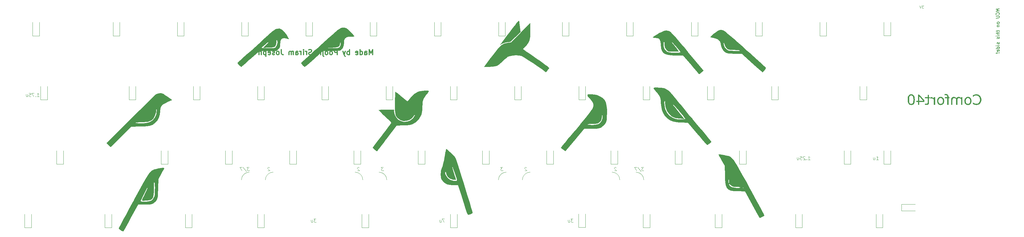
<source format=gbr>
%TF.GenerationSoftware,KiCad,Pcbnew,9.0.2*%
%TF.CreationDate,2025-07-09T23:02:58+05:30*%
%TF.ProjectId,comfort40pcb,636f6d66-6f72-4743-9430-7063622e6b69,rev?*%
%TF.SameCoordinates,Original*%
%TF.FileFunction,Legend,Bot*%
%TF.FilePolarity,Positive*%
%FSLAX46Y46*%
G04 Gerber Fmt 4.6, Leading zero omitted, Abs format (unit mm)*
G04 Created by KiCad (PCBNEW 9.0.2) date 2025-07-09 23:02:58*
%MOMM*%
%LPD*%
G01*
G04 APERTURE LIST*
%ADD10C,0.150000*%
%ADD11C,0.300000*%
%ADD12C,0.100000*%
%ADD13C,0.500000*%
%ADD14C,0.120000*%
%ADD15C,0.000000*%
G04 APERTURE END LIST*
D10*
X378269819Y-68130826D02*
X377269819Y-68255826D01*
X377269819Y-68255826D02*
X377984104Y-68499874D01*
X377984104Y-68499874D02*
X377269819Y-68922493D01*
X377269819Y-68922493D02*
X378269819Y-68797493D01*
X378174580Y-69857017D02*
X378222200Y-69803445D01*
X378222200Y-69803445D02*
X378269819Y-69654636D01*
X378269819Y-69654636D02*
X378269819Y-69559398D01*
X378269819Y-69559398D02*
X378222200Y-69422493D01*
X378222200Y-69422493D02*
X378126961Y-69339160D01*
X378126961Y-69339160D02*
X378031723Y-69303445D01*
X378031723Y-69303445D02*
X377841247Y-69279636D01*
X377841247Y-69279636D02*
X377698390Y-69297493D01*
X377698390Y-69297493D02*
X377507914Y-69368921D01*
X377507914Y-69368921D02*
X377412676Y-69428445D01*
X377412676Y-69428445D02*
X377317438Y-69535588D01*
X377317438Y-69535588D02*
X377269819Y-69684398D01*
X377269819Y-69684398D02*
X377269819Y-69779636D01*
X377269819Y-69779636D02*
X377317438Y-69916541D01*
X377317438Y-69916541D02*
X377365057Y-69958207D01*
X377269819Y-70398683D02*
X378079342Y-70297493D01*
X378079342Y-70297493D02*
X378174580Y-70333207D01*
X378174580Y-70333207D02*
X378222200Y-70374874D01*
X378222200Y-70374874D02*
X378269819Y-70464160D01*
X378269819Y-70464160D02*
X378269819Y-70654636D01*
X378269819Y-70654636D02*
X378222200Y-70755826D01*
X378222200Y-70755826D02*
X378174580Y-70809398D01*
X378174580Y-70809398D02*
X378079342Y-70868921D01*
X378079342Y-70868921D02*
X377269819Y-70970112D01*
X378269819Y-72226065D02*
X378222200Y-72136779D01*
X378222200Y-72136779D02*
X378174580Y-72095112D01*
X378174580Y-72095112D02*
X378079342Y-72059398D01*
X378079342Y-72059398D02*
X377793628Y-72095112D01*
X377793628Y-72095112D02*
X377698390Y-72154636D01*
X377698390Y-72154636D02*
X377650771Y-72208207D01*
X377650771Y-72208207D02*
X377603152Y-72309398D01*
X377603152Y-72309398D02*
X377603152Y-72452255D01*
X377603152Y-72452255D02*
X377650771Y-72541541D01*
X377650771Y-72541541D02*
X377698390Y-72583207D01*
X377698390Y-72583207D02*
X377793628Y-72618922D01*
X377793628Y-72618922D02*
X378079342Y-72583207D01*
X378079342Y-72583207D02*
X378174580Y-72523684D01*
X378174580Y-72523684D02*
X378222200Y-72470112D01*
X378222200Y-72470112D02*
X378269819Y-72368922D01*
X378269819Y-72368922D02*
X378269819Y-72226065D01*
X377603152Y-73071303D02*
X378269819Y-72987969D01*
X377698390Y-73059398D02*
X377650771Y-73112969D01*
X377650771Y-73112969D02*
X377603152Y-73214160D01*
X377603152Y-73214160D02*
X377603152Y-73357017D01*
X377603152Y-73357017D02*
X377650771Y-73446303D01*
X377650771Y-73446303D02*
X377746009Y-73482017D01*
X377746009Y-73482017D02*
X378269819Y-73416541D01*
X377603152Y-74595113D02*
X377603152Y-74976065D01*
X377269819Y-74779636D02*
X378126961Y-74672494D01*
X378126961Y-74672494D02*
X378222200Y-74708208D01*
X378222200Y-74708208D02*
X378269819Y-74797494D01*
X378269819Y-74797494D02*
X378269819Y-74892732D01*
X378269819Y-75226065D02*
X377269819Y-75351065D01*
X378269819Y-75654637D02*
X377746009Y-75720113D01*
X377746009Y-75720113D02*
X377650771Y-75684399D01*
X377650771Y-75684399D02*
X377603152Y-75595113D01*
X377603152Y-75595113D02*
X377603152Y-75452256D01*
X377603152Y-75452256D02*
X377650771Y-75351065D01*
X377650771Y-75351065D02*
X377698390Y-75297494D01*
X378269819Y-76130827D02*
X377603152Y-76214161D01*
X377269819Y-76255827D02*
X377317438Y-76202256D01*
X377317438Y-76202256D02*
X377365057Y-76243923D01*
X377365057Y-76243923D02*
X377317438Y-76297494D01*
X377317438Y-76297494D02*
X377269819Y-76255827D01*
X377269819Y-76255827D02*
X377365057Y-76243923D01*
X378222200Y-76565351D02*
X378269819Y-76654636D01*
X378269819Y-76654636D02*
X378269819Y-76845113D01*
X378269819Y-76845113D02*
X378222200Y-76946303D01*
X378222200Y-76946303D02*
X378126961Y-77005827D01*
X378126961Y-77005827D02*
X378079342Y-77011779D01*
X378079342Y-77011779D02*
X377984104Y-76976065D01*
X377984104Y-76976065D02*
X377936485Y-76886779D01*
X377936485Y-76886779D02*
X377936485Y-76743922D01*
X377936485Y-76743922D02*
X377888866Y-76654636D01*
X377888866Y-76654636D02*
X377793628Y-76618922D01*
X377793628Y-76618922D02*
X377746009Y-76624875D01*
X377746009Y-76624875D02*
X377650771Y-76684398D01*
X377650771Y-76684398D02*
X377603152Y-76785589D01*
X377603152Y-76785589D02*
X377603152Y-76928446D01*
X377603152Y-76928446D02*
X377650771Y-77017732D01*
X378222200Y-78136780D02*
X378269819Y-78226065D01*
X378269819Y-78226065D02*
X378269819Y-78416542D01*
X378269819Y-78416542D02*
X378222200Y-78517732D01*
X378222200Y-78517732D02*
X378126961Y-78577256D01*
X378126961Y-78577256D02*
X378079342Y-78583208D01*
X378079342Y-78583208D02*
X377984104Y-78547494D01*
X377984104Y-78547494D02*
X377936485Y-78458208D01*
X377936485Y-78458208D02*
X377936485Y-78315351D01*
X377936485Y-78315351D02*
X377888866Y-78226065D01*
X377888866Y-78226065D02*
X377793628Y-78190351D01*
X377793628Y-78190351D02*
X377746009Y-78196304D01*
X377746009Y-78196304D02*
X377650771Y-78255827D01*
X377650771Y-78255827D02*
X377603152Y-78357018D01*
X377603152Y-78357018D02*
X377603152Y-78499875D01*
X377603152Y-78499875D02*
X377650771Y-78589161D01*
X378269819Y-78987970D02*
X377603152Y-79071304D01*
X377269819Y-79112970D02*
X377317438Y-79059399D01*
X377317438Y-79059399D02*
X377365057Y-79101066D01*
X377365057Y-79101066D02*
X377317438Y-79154637D01*
X377317438Y-79154637D02*
X377269819Y-79112970D01*
X377269819Y-79112970D02*
X377365057Y-79101066D01*
X378269819Y-79892732D02*
X377269819Y-80017732D01*
X378222200Y-79898684D02*
X378269819Y-79797494D01*
X378269819Y-79797494D02*
X378269819Y-79607018D01*
X378269819Y-79607018D02*
X378222200Y-79517732D01*
X378222200Y-79517732D02*
X378174580Y-79476065D01*
X378174580Y-79476065D02*
X378079342Y-79440351D01*
X378079342Y-79440351D02*
X377793628Y-79476065D01*
X377793628Y-79476065D02*
X377698390Y-79535589D01*
X377698390Y-79535589D02*
X377650771Y-79589160D01*
X377650771Y-79589160D02*
X377603152Y-79690351D01*
X377603152Y-79690351D02*
X377603152Y-79880827D01*
X377603152Y-79880827D02*
X377650771Y-79970113D01*
X378222200Y-80755827D02*
X378269819Y-80654637D01*
X378269819Y-80654637D02*
X378269819Y-80464160D01*
X378269819Y-80464160D02*
X378222200Y-80374875D01*
X378222200Y-80374875D02*
X378126961Y-80339160D01*
X378126961Y-80339160D02*
X377746009Y-80386780D01*
X377746009Y-80386780D02*
X377650771Y-80446303D01*
X377650771Y-80446303D02*
X377603152Y-80547494D01*
X377603152Y-80547494D02*
X377603152Y-80737970D01*
X377603152Y-80737970D02*
X377650771Y-80827256D01*
X377650771Y-80827256D02*
X377746009Y-80862970D01*
X377746009Y-80862970D02*
X377841247Y-80851065D01*
X377841247Y-80851065D02*
X377936485Y-80362970D01*
X378174580Y-81237970D02*
X378222200Y-81279637D01*
X378222200Y-81279637D02*
X378269819Y-81226065D01*
X378269819Y-81226065D02*
X378222200Y-81184399D01*
X378222200Y-81184399D02*
X378174580Y-81237970D01*
X378174580Y-81237970D02*
X378269819Y-81226065D01*
X377888866Y-81273684D02*
X377317438Y-81297494D01*
X377317438Y-81297494D02*
X377269819Y-81351065D01*
X377269819Y-81351065D02*
X377317438Y-81392732D01*
X377317438Y-81392732D02*
X377888866Y-81273684D01*
X377888866Y-81273684D02*
X377269819Y-81351065D01*
D11*
X192445489Y-81800828D02*
X192445489Y-80300828D01*
X192445489Y-80300828D02*
X191945489Y-81372257D01*
X191945489Y-81372257D02*
X191445489Y-80300828D01*
X191445489Y-80300828D02*
X191445489Y-81800828D01*
X190088346Y-81800828D02*
X190088346Y-81015114D01*
X190088346Y-81015114D02*
X190159774Y-80872257D01*
X190159774Y-80872257D02*
X190302631Y-80800828D01*
X190302631Y-80800828D02*
X190588346Y-80800828D01*
X190588346Y-80800828D02*
X190731203Y-80872257D01*
X190088346Y-81729400D02*
X190231203Y-81800828D01*
X190231203Y-81800828D02*
X190588346Y-81800828D01*
X190588346Y-81800828D02*
X190731203Y-81729400D01*
X190731203Y-81729400D02*
X190802631Y-81586542D01*
X190802631Y-81586542D02*
X190802631Y-81443685D01*
X190802631Y-81443685D02*
X190731203Y-81300828D01*
X190731203Y-81300828D02*
X190588346Y-81229400D01*
X190588346Y-81229400D02*
X190231203Y-81229400D01*
X190231203Y-81229400D02*
X190088346Y-81157971D01*
X188731203Y-81800828D02*
X188731203Y-80300828D01*
X188731203Y-81729400D02*
X188874060Y-81800828D01*
X188874060Y-81800828D02*
X189159774Y-81800828D01*
X189159774Y-81800828D02*
X189302631Y-81729400D01*
X189302631Y-81729400D02*
X189374060Y-81657971D01*
X189374060Y-81657971D02*
X189445488Y-81515114D01*
X189445488Y-81515114D02*
X189445488Y-81086542D01*
X189445488Y-81086542D02*
X189374060Y-80943685D01*
X189374060Y-80943685D02*
X189302631Y-80872257D01*
X189302631Y-80872257D02*
X189159774Y-80800828D01*
X189159774Y-80800828D02*
X188874060Y-80800828D01*
X188874060Y-80800828D02*
X188731203Y-80872257D01*
X187445488Y-81729400D02*
X187588345Y-81800828D01*
X187588345Y-81800828D02*
X187874060Y-81800828D01*
X187874060Y-81800828D02*
X188016917Y-81729400D01*
X188016917Y-81729400D02*
X188088345Y-81586542D01*
X188088345Y-81586542D02*
X188088345Y-81015114D01*
X188088345Y-81015114D02*
X188016917Y-80872257D01*
X188016917Y-80872257D02*
X187874060Y-80800828D01*
X187874060Y-80800828D02*
X187588345Y-80800828D01*
X187588345Y-80800828D02*
X187445488Y-80872257D01*
X187445488Y-80872257D02*
X187374060Y-81015114D01*
X187374060Y-81015114D02*
X187374060Y-81157971D01*
X187374060Y-81157971D02*
X188088345Y-81300828D01*
X185588346Y-81800828D02*
X185588346Y-80300828D01*
X185588346Y-80872257D02*
X185445489Y-80800828D01*
X185445489Y-80800828D02*
X185159774Y-80800828D01*
X185159774Y-80800828D02*
X185016917Y-80872257D01*
X185016917Y-80872257D02*
X184945489Y-80943685D01*
X184945489Y-80943685D02*
X184874060Y-81086542D01*
X184874060Y-81086542D02*
X184874060Y-81515114D01*
X184874060Y-81515114D02*
X184945489Y-81657971D01*
X184945489Y-81657971D02*
X185016917Y-81729400D01*
X185016917Y-81729400D02*
X185159774Y-81800828D01*
X185159774Y-81800828D02*
X185445489Y-81800828D01*
X185445489Y-81800828D02*
X185588346Y-81729400D01*
X184374060Y-80800828D02*
X184016917Y-81800828D01*
X183659774Y-80800828D02*
X184016917Y-81800828D01*
X184016917Y-81800828D02*
X184159774Y-82157971D01*
X184159774Y-82157971D02*
X184231203Y-82229400D01*
X184231203Y-82229400D02*
X184374060Y-82300828D01*
X181945489Y-81800828D02*
X181945489Y-80300828D01*
X181945489Y-80300828D02*
X181374060Y-80300828D01*
X181374060Y-80300828D02*
X181231203Y-80372257D01*
X181231203Y-80372257D02*
X181159774Y-80443685D01*
X181159774Y-80443685D02*
X181088346Y-80586542D01*
X181088346Y-80586542D02*
X181088346Y-80800828D01*
X181088346Y-80800828D02*
X181159774Y-80943685D01*
X181159774Y-80943685D02*
X181231203Y-81015114D01*
X181231203Y-81015114D02*
X181374060Y-81086542D01*
X181374060Y-81086542D02*
X181945489Y-81086542D01*
X180231203Y-81800828D02*
X180374060Y-81729400D01*
X180374060Y-81729400D02*
X180445489Y-81657971D01*
X180445489Y-81657971D02*
X180516917Y-81515114D01*
X180516917Y-81515114D02*
X180516917Y-81086542D01*
X180516917Y-81086542D02*
X180445489Y-80943685D01*
X180445489Y-80943685D02*
X180374060Y-80872257D01*
X180374060Y-80872257D02*
X180231203Y-80800828D01*
X180231203Y-80800828D02*
X180016917Y-80800828D01*
X180016917Y-80800828D02*
X179874060Y-80872257D01*
X179874060Y-80872257D02*
X179802632Y-80943685D01*
X179802632Y-80943685D02*
X179731203Y-81086542D01*
X179731203Y-81086542D02*
X179731203Y-81515114D01*
X179731203Y-81515114D02*
X179802632Y-81657971D01*
X179802632Y-81657971D02*
X179874060Y-81729400D01*
X179874060Y-81729400D02*
X180016917Y-81800828D01*
X180016917Y-81800828D02*
X180231203Y-81800828D01*
X178874060Y-81800828D02*
X179016917Y-81729400D01*
X179016917Y-81729400D02*
X179088346Y-81657971D01*
X179088346Y-81657971D02*
X179159774Y-81515114D01*
X179159774Y-81515114D02*
X179159774Y-81086542D01*
X179159774Y-81086542D02*
X179088346Y-80943685D01*
X179088346Y-80943685D02*
X179016917Y-80872257D01*
X179016917Y-80872257D02*
X178874060Y-80800828D01*
X178874060Y-80800828D02*
X178659774Y-80800828D01*
X178659774Y-80800828D02*
X178516917Y-80872257D01*
X178516917Y-80872257D02*
X178445489Y-80943685D01*
X178445489Y-80943685D02*
X178374060Y-81086542D01*
X178374060Y-81086542D02*
X178374060Y-81515114D01*
X178374060Y-81515114D02*
X178445489Y-81657971D01*
X178445489Y-81657971D02*
X178516917Y-81729400D01*
X178516917Y-81729400D02*
X178659774Y-81800828D01*
X178659774Y-81800828D02*
X178874060Y-81800828D01*
X177731203Y-80800828D02*
X177731203Y-82086542D01*
X177731203Y-82086542D02*
X177802631Y-82229400D01*
X177802631Y-82229400D02*
X177945488Y-82300828D01*
X177945488Y-82300828D02*
X178016917Y-82300828D01*
X177731203Y-80300828D02*
X177802631Y-80372257D01*
X177802631Y-80372257D02*
X177731203Y-80443685D01*
X177731203Y-80443685D02*
X177659774Y-80372257D01*
X177659774Y-80372257D02*
X177731203Y-80300828D01*
X177731203Y-80300828D02*
X177731203Y-80443685D01*
X177016917Y-81800828D02*
X177016917Y-80800828D01*
X177016917Y-80300828D02*
X177088345Y-80372257D01*
X177088345Y-80372257D02*
X177016917Y-80443685D01*
X177016917Y-80443685D02*
X176945488Y-80372257D01*
X176945488Y-80372257D02*
X177016917Y-80300828D01*
X177016917Y-80300828D02*
X177016917Y-80443685D01*
X176516916Y-80800828D02*
X175945488Y-80800828D01*
X176302631Y-80300828D02*
X176302631Y-81586542D01*
X176302631Y-81586542D02*
X176231202Y-81729400D01*
X176231202Y-81729400D02*
X176088345Y-81800828D01*
X176088345Y-81800828D02*
X175945488Y-81800828D01*
X174374059Y-81729400D02*
X174159774Y-81800828D01*
X174159774Y-81800828D02*
X173802631Y-81800828D01*
X173802631Y-81800828D02*
X173659774Y-81729400D01*
X173659774Y-81729400D02*
X173588345Y-81657971D01*
X173588345Y-81657971D02*
X173516916Y-81515114D01*
X173516916Y-81515114D02*
X173516916Y-81372257D01*
X173516916Y-81372257D02*
X173588345Y-81229400D01*
X173588345Y-81229400D02*
X173659774Y-81157971D01*
X173659774Y-81157971D02*
X173802631Y-81086542D01*
X173802631Y-81086542D02*
X174088345Y-81015114D01*
X174088345Y-81015114D02*
X174231202Y-80943685D01*
X174231202Y-80943685D02*
X174302631Y-80872257D01*
X174302631Y-80872257D02*
X174374059Y-80729400D01*
X174374059Y-80729400D02*
X174374059Y-80586542D01*
X174374059Y-80586542D02*
X174302631Y-80443685D01*
X174302631Y-80443685D02*
X174231202Y-80372257D01*
X174231202Y-80372257D02*
X174088345Y-80300828D01*
X174088345Y-80300828D02*
X173731202Y-80300828D01*
X173731202Y-80300828D02*
X173516916Y-80372257D01*
X172874060Y-81800828D02*
X172874060Y-80800828D01*
X172874060Y-81086542D02*
X172802631Y-80943685D01*
X172802631Y-80943685D02*
X172731203Y-80872257D01*
X172731203Y-80872257D02*
X172588345Y-80800828D01*
X172588345Y-80800828D02*
X172445488Y-80800828D01*
X171945489Y-81800828D02*
X171945489Y-80800828D01*
X171945489Y-80300828D02*
X172016917Y-80372257D01*
X172016917Y-80372257D02*
X171945489Y-80443685D01*
X171945489Y-80443685D02*
X171874060Y-80372257D01*
X171874060Y-80372257D02*
X171945489Y-80300828D01*
X171945489Y-80300828D02*
X171945489Y-80443685D01*
X171231203Y-81800828D02*
X171231203Y-80800828D01*
X171231203Y-81086542D02*
X171159774Y-80943685D01*
X171159774Y-80943685D02*
X171088346Y-80872257D01*
X171088346Y-80872257D02*
X170945488Y-80800828D01*
X170945488Y-80800828D02*
X170802631Y-80800828D01*
X169659775Y-81800828D02*
X169659775Y-81015114D01*
X169659775Y-81015114D02*
X169731203Y-80872257D01*
X169731203Y-80872257D02*
X169874060Y-80800828D01*
X169874060Y-80800828D02*
X170159775Y-80800828D01*
X170159775Y-80800828D02*
X170302632Y-80872257D01*
X169659775Y-81729400D02*
X169802632Y-81800828D01*
X169802632Y-81800828D02*
X170159775Y-81800828D01*
X170159775Y-81800828D02*
X170302632Y-81729400D01*
X170302632Y-81729400D02*
X170374060Y-81586542D01*
X170374060Y-81586542D02*
X170374060Y-81443685D01*
X170374060Y-81443685D02*
X170302632Y-81300828D01*
X170302632Y-81300828D02*
X170159775Y-81229400D01*
X170159775Y-81229400D02*
X169802632Y-81229400D01*
X169802632Y-81229400D02*
X169659775Y-81157971D01*
X168945489Y-81800828D02*
X168945489Y-80800828D01*
X168945489Y-80943685D02*
X168874060Y-80872257D01*
X168874060Y-80872257D02*
X168731203Y-80800828D01*
X168731203Y-80800828D02*
X168516917Y-80800828D01*
X168516917Y-80800828D02*
X168374060Y-80872257D01*
X168374060Y-80872257D02*
X168302632Y-81015114D01*
X168302632Y-81015114D02*
X168302632Y-81800828D01*
X168302632Y-81015114D02*
X168231203Y-80872257D01*
X168231203Y-80872257D02*
X168088346Y-80800828D01*
X168088346Y-80800828D02*
X167874060Y-80800828D01*
X167874060Y-80800828D02*
X167731203Y-80872257D01*
X167731203Y-80872257D02*
X167659774Y-81015114D01*
X167659774Y-81015114D02*
X167659774Y-81800828D01*
X165374060Y-80300828D02*
X165374060Y-81372257D01*
X165374060Y-81372257D02*
X165445489Y-81586542D01*
X165445489Y-81586542D02*
X165588346Y-81729400D01*
X165588346Y-81729400D02*
X165802632Y-81800828D01*
X165802632Y-81800828D02*
X165945489Y-81800828D01*
X164445489Y-81800828D02*
X164588346Y-81729400D01*
X164588346Y-81729400D02*
X164659775Y-81657971D01*
X164659775Y-81657971D02*
X164731203Y-81515114D01*
X164731203Y-81515114D02*
X164731203Y-81086542D01*
X164731203Y-81086542D02*
X164659775Y-80943685D01*
X164659775Y-80943685D02*
X164588346Y-80872257D01*
X164588346Y-80872257D02*
X164445489Y-80800828D01*
X164445489Y-80800828D02*
X164231203Y-80800828D01*
X164231203Y-80800828D02*
X164088346Y-80872257D01*
X164088346Y-80872257D02*
X164016918Y-80943685D01*
X164016918Y-80943685D02*
X163945489Y-81086542D01*
X163945489Y-81086542D02*
X163945489Y-81515114D01*
X163945489Y-81515114D02*
X164016918Y-81657971D01*
X164016918Y-81657971D02*
X164088346Y-81729400D01*
X164088346Y-81729400D02*
X164231203Y-81800828D01*
X164231203Y-81800828D02*
X164445489Y-81800828D01*
X163374060Y-81729400D02*
X163231203Y-81800828D01*
X163231203Y-81800828D02*
X162945489Y-81800828D01*
X162945489Y-81800828D02*
X162802632Y-81729400D01*
X162802632Y-81729400D02*
X162731203Y-81586542D01*
X162731203Y-81586542D02*
X162731203Y-81515114D01*
X162731203Y-81515114D02*
X162802632Y-81372257D01*
X162802632Y-81372257D02*
X162945489Y-81300828D01*
X162945489Y-81300828D02*
X163159775Y-81300828D01*
X163159775Y-81300828D02*
X163302632Y-81229400D01*
X163302632Y-81229400D02*
X163374060Y-81086542D01*
X163374060Y-81086542D02*
X163374060Y-81015114D01*
X163374060Y-81015114D02*
X163302632Y-80872257D01*
X163302632Y-80872257D02*
X163159775Y-80800828D01*
X163159775Y-80800828D02*
X162945489Y-80800828D01*
X162945489Y-80800828D02*
X162802632Y-80872257D01*
X161516917Y-81729400D02*
X161659774Y-81800828D01*
X161659774Y-81800828D02*
X161945489Y-81800828D01*
X161945489Y-81800828D02*
X162088346Y-81729400D01*
X162088346Y-81729400D02*
X162159774Y-81586542D01*
X162159774Y-81586542D02*
X162159774Y-81015114D01*
X162159774Y-81015114D02*
X162088346Y-80872257D01*
X162088346Y-80872257D02*
X161945489Y-80800828D01*
X161945489Y-80800828D02*
X161659774Y-80800828D01*
X161659774Y-80800828D02*
X161516917Y-80872257D01*
X161516917Y-80872257D02*
X161445489Y-81015114D01*
X161445489Y-81015114D02*
X161445489Y-81157971D01*
X161445489Y-81157971D02*
X162159774Y-81300828D01*
X160802632Y-80800828D02*
X160802632Y-82300828D01*
X160802632Y-80872257D02*
X160659775Y-80800828D01*
X160659775Y-80800828D02*
X160374060Y-80800828D01*
X160374060Y-80800828D02*
X160231203Y-80872257D01*
X160231203Y-80872257D02*
X160159775Y-80943685D01*
X160159775Y-80943685D02*
X160088346Y-81086542D01*
X160088346Y-81086542D02*
X160088346Y-81515114D01*
X160088346Y-81515114D02*
X160159775Y-81657971D01*
X160159775Y-81657971D02*
X160231203Y-81729400D01*
X160231203Y-81729400D02*
X160374060Y-81800828D01*
X160374060Y-81800828D02*
X160659775Y-81800828D01*
X160659775Y-81800828D02*
X160802632Y-81729400D01*
X159445489Y-81800828D02*
X159445489Y-80300828D01*
X158802632Y-81800828D02*
X158802632Y-81015114D01*
X158802632Y-81015114D02*
X158874060Y-80872257D01*
X158874060Y-80872257D02*
X159016917Y-80800828D01*
X159016917Y-80800828D02*
X159231203Y-80800828D01*
X159231203Y-80800828D02*
X159374060Y-80872257D01*
X159374060Y-80872257D02*
X159445489Y-80943685D01*
D12*
X355849122Y-67214895D02*
X355353884Y-67214895D01*
X355353884Y-67214895D02*
X355620550Y-67519657D01*
X355620550Y-67519657D02*
X355506265Y-67519657D01*
X355506265Y-67519657D02*
X355430074Y-67557752D01*
X355430074Y-67557752D02*
X355391979Y-67595847D01*
X355391979Y-67595847D02*
X355353884Y-67672038D01*
X355353884Y-67672038D02*
X355353884Y-67862514D01*
X355353884Y-67862514D02*
X355391979Y-67938704D01*
X355391979Y-67938704D02*
X355430074Y-67976800D01*
X355430074Y-67976800D02*
X355506265Y-68014895D01*
X355506265Y-68014895D02*
X355734836Y-68014895D01*
X355734836Y-68014895D02*
X355811027Y-67976800D01*
X355811027Y-67976800D02*
X355849122Y-67938704D01*
X355125312Y-67214895D02*
X354858645Y-68014895D01*
X354858645Y-68014895D02*
X354591979Y-67214895D01*
D13*
G36*
X370412679Y-96472562D02*
G01*
X370616560Y-96564703D01*
X370855247Y-96654645D01*
X371126906Y-96720957D01*
X371277374Y-96741399D01*
X371449673Y-96748618D01*
X371669462Y-96737732D01*
X371869920Y-96706221D01*
X372053258Y-96655378D01*
X372227105Y-96580999D01*
X372383910Y-96483839D01*
X372525501Y-96363019D01*
X372644590Y-96224755D01*
X372747144Y-96060737D01*
X372832881Y-95867512D01*
X372892583Y-95664193D01*
X372930276Y-95432734D01*
X372943523Y-95169038D01*
X372930953Y-94918994D01*
X372894852Y-94695029D01*
X372837094Y-94494012D01*
X372753930Y-94302871D01*
X372651428Y-94136271D01*
X372529531Y-93991543D01*
X372391848Y-93870138D01*
X372235800Y-93769050D01*
X372059303Y-93687827D01*
X371872808Y-93630670D01*
X371669655Y-93595389D01*
X371447475Y-93583230D01*
X371202607Y-93598025D01*
X370956730Y-93642765D01*
X370708430Y-93720810D01*
X370412679Y-93851775D01*
X370412679Y-94333545D01*
X370443453Y-94333545D01*
X370617135Y-94203040D01*
X370783450Y-94102964D01*
X370943541Y-94030012D01*
X371111091Y-93977578D01*
X371287477Y-93945748D01*
X371474219Y-93934940D01*
X371698051Y-93954310D01*
X371891325Y-94009678D01*
X372065333Y-94104112D01*
X372222335Y-94241953D01*
X372307533Y-94350080D01*
X372381135Y-94478412D01*
X372442703Y-94629750D01*
X372500671Y-94874725D01*
X372521471Y-95171053D01*
X372510885Y-95384256D01*
X372481086Y-95567097D01*
X372434460Y-95723714D01*
X372331696Y-95938445D01*
X372209879Y-96100153D01*
X372054040Y-96232195D01*
X371874839Y-96324368D01*
X371678828Y-96378601D01*
X371470189Y-96396908D01*
X371276720Y-96385575D01*
X371094200Y-96352210D01*
X370921009Y-96297257D01*
X370755891Y-96220868D01*
X370596305Y-96121753D01*
X370441438Y-95998304D01*
X370412679Y-95998304D01*
X370412679Y-96472562D01*
G37*
G36*
X369211517Y-94366883D02*
G01*
X369415423Y-94428583D01*
X369591852Y-94528456D01*
X369745346Y-94668401D01*
X369865955Y-94836778D01*
X369954864Y-95035391D01*
X370011128Y-95270038D01*
X370031110Y-95548042D01*
X370011111Y-95826077D01*
X369954825Y-96060515D01*
X369865918Y-96258737D01*
X369745346Y-96426584D01*
X369591922Y-96566003D01*
X369415518Y-96665546D01*
X369211587Y-96727064D01*
X368973600Y-96748618D01*
X368737891Y-96727149D01*
X368535151Y-96665765D01*
X368359040Y-96566238D01*
X368205151Y-96426584D01*
X368084075Y-96258667D01*
X367994834Y-96060420D01*
X367938353Y-95826007D01*
X367918288Y-95548042D01*
X368315793Y-95548042D01*
X368328858Y-95765593D01*
X368364712Y-95940627D01*
X368419499Y-96080652D01*
X368491098Y-96191927D01*
X368586235Y-96286195D01*
X368696154Y-96353038D01*
X368823793Y-96394207D01*
X368973600Y-96408632D01*
X369125548Y-96394009D01*
X369254327Y-96352370D01*
X369364587Y-96284910D01*
X369459399Y-96189912D01*
X369530715Y-96077700D01*
X369585157Y-95937493D01*
X369620689Y-95763323D01*
X369633605Y-95548042D01*
X369620504Y-95324367D01*
X369584786Y-95146823D01*
X369530651Y-95007017D01*
X369460498Y-94897929D01*
X369366513Y-94805982D01*
X369256431Y-94740324D01*
X369127044Y-94699602D01*
X368973600Y-94685254D01*
X368822438Y-94699513D01*
X368694232Y-94740098D01*
X368584437Y-94805741D01*
X368489999Y-94897929D01*
X368419362Y-95007093D01*
X368364890Y-95146932D01*
X368328967Y-95324451D01*
X368315793Y-95548042D01*
X367918288Y-95548042D01*
X367938336Y-95270108D01*
X367994795Y-95035486D01*
X368084038Y-94836847D01*
X368205151Y-94668401D01*
X368359109Y-94528221D01*
X368535245Y-94428363D01*
X368737960Y-94366797D01*
X368973600Y-94345268D01*
X369211517Y-94366883D01*
G37*
G36*
X363981887Y-96690000D02*
G01*
X364367119Y-96690000D01*
X364367119Y-95389590D01*
X364380491Y-95105474D01*
X364402642Y-94976529D01*
X364436728Y-94886571D01*
X364494281Y-94809327D01*
X364572100Y-94753764D01*
X364671030Y-94721570D01*
X364826173Y-94708702D01*
X364985884Y-94728347D01*
X365150039Y-94789485D01*
X365309321Y-94879665D01*
X365473722Y-94995015D01*
X365463647Y-95104375D01*
X365459434Y-95228023D01*
X365459434Y-96690000D01*
X365844666Y-96690000D01*
X365844666Y-95389590D01*
X365858038Y-95102360D01*
X365880169Y-94974249D01*
X365914275Y-94884556D01*
X365971864Y-94807507D01*
X366049647Y-94752665D01*
X366148492Y-94721272D01*
X366303720Y-94708702D01*
X366459510Y-94727571D01*
X366620442Y-94786371D01*
X366776668Y-94873351D01*
X366936981Y-94984757D01*
X366936981Y-96690000D01*
X367322213Y-96690000D01*
X367322213Y-94403886D01*
X366936981Y-94403886D01*
X366936981Y-94657594D01*
X366753208Y-94524230D01*
X366577394Y-94427883D01*
X366392792Y-94366061D01*
X366195093Y-94345268D01*
X366041953Y-94356888D01*
X365911090Y-94389828D01*
X365798687Y-94442355D01*
X365698919Y-94515550D01*
X365618485Y-94604487D01*
X365555788Y-94710900D01*
X365322177Y-94537286D01*
X365129523Y-94431181D01*
X364931139Y-94366948D01*
X364717546Y-94345268D01*
X364530707Y-94361429D01*
X364380228Y-94406275D01*
X364258791Y-94476706D01*
X364161222Y-94572964D01*
X364086812Y-94690017D01*
X364030833Y-94831681D01*
X363994821Y-95002784D01*
X363981887Y-95209155D01*
X363981887Y-96690000D01*
G37*
G36*
X362007916Y-93876322D02*
G01*
X362028432Y-93876322D01*
X362194395Y-93837670D01*
X362374647Y-93817704D01*
X362536559Y-93832170D01*
X362652611Y-93870401D01*
X362734416Y-93927796D01*
X362791126Y-94009380D01*
X362830537Y-94136066D01*
X362845974Y-94325668D01*
X362845974Y-94403886D01*
X362151348Y-94403886D01*
X362151348Y-94732149D01*
X362833701Y-94732149D01*
X362833701Y-96690000D01*
X363218933Y-96690000D01*
X363218933Y-94732149D01*
X363479235Y-94732149D01*
X363479235Y-94403886D01*
X363218933Y-94403886D01*
X363218933Y-94327500D01*
X363204395Y-94121437D01*
X363163934Y-93951829D01*
X363100808Y-93812233D01*
X363016150Y-93697536D01*
X362908049Y-93604484D01*
X362777641Y-93536319D01*
X362620340Y-93493141D01*
X362429968Y-93477718D01*
X362197509Y-93490174D01*
X362007916Y-93519300D01*
X362007916Y-93876322D01*
G37*
G36*
X361107540Y-94366883D02*
G01*
X361311446Y-94428583D01*
X361487875Y-94528456D01*
X361641369Y-94668401D01*
X361761978Y-94836778D01*
X361850886Y-95035391D01*
X361907150Y-95270038D01*
X361927133Y-95548042D01*
X361907133Y-95826077D01*
X361850847Y-96060515D01*
X361761940Y-96258737D01*
X361641369Y-96426584D01*
X361487944Y-96566003D01*
X361311540Y-96665546D01*
X361107609Y-96727064D01*
X360869622Y-96748618D01*
X360633913Y-96727149D01*
X360431174Y-96665765D01*
X360255062Y-96566238D01*
X360101173Y-96426584D01*
X359980098Y-96258667D01*
X359890856Y-96060420D01*
X359834375Y-95826007D01*
X359814310Y-95548042D01*
X360211815Y-95548042D01*
X360224880Y-95765593D01*
X360260734Y-95940627D01*
X360315521Y-96080652D01*
X360387120Y-96191927D01*
X360482257Y-96286195D01*
X360592176Y-96353038D01*
X360719816Y-96394207D01*
X360869622Y-96408632D01*
X361021571Y-96394009D01*
X361150349Y-96352370D01*
X361260610Y-96284910D01*
X361355421Y-96189912D01*
X361426737Y-96077700D01*
X361481179Y-95937493D01*
X361516712Y-95763323D01*
X361529627Y-95548042D01*
X361516526Y-95324367D01*
X361480808Y-95146823D01*
X361426673Y-95007017D01*
X361356520Y-94897929D01*
X361262535Y-94805982D01*
X361152453Y-94740324D01*
X361023066Y-94699602D01*
X360869622Y-94685254D01*
X360718460Y-94699513D01*
X360590254Y-94740098D01*
X360480459Y-94805741D01*
X360386021Y-94897929D01*
X360315384Y-95007093D01*
X360260913Y-95146932D01*
X360224989Y-95324451D01*
X360211815Y-95548042D01*
X359814310Y-95548042D01*
X359834359Y-95270108D01*
X359890817Y-95035486D01*
X359980060Y-94836847D01*
X360101173Y-94668401D01*
X360255131Y-94528221D01*
X360431268Y-94428363D01*
X360633982Y-94366797D01*
X360869622Y-94345268D01*
X361107540Y-94366883D01*
G37*
G36*
X357789964Y-94825938D02*
G01*
X357810481Y-94825938D01*
X357977543Y-94799193D01*
X358169151Y-94790767D01*
X358343694Y-94810271D01*
X358513350Y-94869352D01*
X358674806Y-94958474D01*
X358833003Y-95072318D01*
X358833003Y-96690000D01*
X359218235Y-96690000D01*
X359218235Y-94403886D01*
X358833003Y-94403886D01*
X358833003Y-94741674D01*
X358605587Y-94576922D01*
X358428354Y-94480640D01*
X358250247Y-94422848D01*
X358070782Y-94403886D01*
X357925153Y-94409016D01*
X357789964Y-94428616D01*
X357789964Y-94825938D01*
G37*
G36*
X356238961Y-96671498D02*
G01*
X356475632Y-96718393D01*
X356704244Y-96736894D01*
X356879327Y-96723507D01*
X357022844Y-96686231D01*
X357140623Y-96627853D01*
X357237120Y-96548949D01*
X357311201Y-96450629D01*
X357368044Y-96322493D01*
X357405567Y-96157308D01*
X357419387Y-95946097D01*
X357419387Y-94732149D01*
X357679505Y-94732149D01*
X357679505Y-94403886D01*
X357419387Y-94403886D01*
X357419387Y-93747362D01*
X357033971Y-93747362D01*
X357033971Y-94403886D01*
X356238961Y-94403886D01*
X356238961Y-94732149D01*
X357033971Y-94732149D01*
X357033971Y-95770608D01*
X357025911Y-96051243D01*
X357007382Y-96148924D01*
X356968392Y-96239738D01*
X356914390Y-96310939D01*
X356844561Y-96359173D01*
X356754582Y-96385867D01*
X356603677Y-96396908D01*
X356508715Y-96390499D01*
X356406939Y-96370530D01*
X356259477Y-96326566D01*
X356238961Y-96326566D01*
X356238961Y-96671498D01*
G37*
G36*
X355995878Y-95362845D02*
G01*
X355995878Y-95834173D01*
X354534634Y-95834173D01*
X354534634Y-96690000D01*
X354141159Y-96690000D01*
X354141159Y-95834173D01*
X353688150Y-95834173D01*
X353688150Y-95494187D01*
X354141159Y-95494187D01*
X354534634Y-95494187D01*
X355717075Y-95494187D01*
X354534634Y-94129480D01*
X354534634Y-95494187D01*
X354141159Y-95494187D01*
X354141159Y-93641849D01*
X354518148Y-93641849D01*
X355995878Y-95362845D01*
G37*
G36*
X352363513Y-93600420D02*
G01*
X352546328Y-93649005D01*
X352701773Y-93726387D01*
X352834318Y-93832600D01*
X352946628Y-93970294D01*
X353048361Y-94164533D01*
X353128797Y-94419108D01*
X353182744Y-94748152D01*
X353202717Y-95167939D01*
X353183034Y-95584450D01*
X353129806Y-95911866D01*
X353050343Y-96166008D01*
X352949743Y-96360638D01*
X352838625Y-96498330D01*
X352706534Y-96604713D01*
X352550670Y-96682390D01*
X352366358Y-96731281D01*
X352147405Y-96748618D01*
X351931884Y-96731605D01*
X351749393Y-96683510D01*
X351594090Y-96606919D01*
X351461549Y-96501851D01*
X351349097Y-96365767D01*
X351266045Y-96216380D01*
X351195946Y-96029197D01*
X351141144Y-95797007D01*
X351105033Y-95511605D01*
X351091909Y-95163909D01*
X351507916Y-95163909D01*
X351514886Y-95466436D01*
X351533561Y-95700816D01*
X351572096Y-95914788D01*
X351630831Y-96088796D01*
X351685502Y-96189735D01*
X351751033Y-96268890D01*
X351827752Y-96329314D01*
X351915729Y-96371961D01*
X352020961Y-96398993D01*
X352147222Y-96408632D01*
X352281710Y-96398246D01*
X352389652Y-96369590D01*
X352476217Y-96325101D01*
X352584395Y-96224925D01*
X352667825Y-96082751D01*
X352727893Y-95906137D01*
X352764179Y-95699717D01*
X352780514Y-95472722D01*
X352786710Y-95167939D01*
X352780005Y-94884405D01*
X352761065Y-94636345D01*
X352721976Y-94406805D01*
X352665810Y-94243053D01*
X352576742Y-94099839D01*
X352465959Y-94002718D01*
X352378548Y-93960006D01*
X352273594Y-93932897D01*
X352147222Y-93923217D01*
X352019601Y-93932969D01*
X351914824Y-93960138D01*
X351828668Y-94002718D01*
X351719672Y-94099093D01*
X351632846Y-94239023D01*
X351572975Y-94408379D01*
X351533561Y-94626086D01*
X351514831Y-94864250D01*
X351507916Y-95163909D01*
X351091909Y-95163909D01*
X351111441Y-94753529D01*
X351164454Y-94428349D01*
X351243953Y-94173580D01*
X351345067Y-93976339D01*
X351456388Y-93836562D01*
X351588618Y-93728759D01*
X351744501Y-93650163D01*
X351928694Y-93600745D01*
X352147405Y-93583230D01*
X352363513Y-93600420D01*
G37*
D12*
X175633706Y-130607419D02*
X175014658Y-130607419D01*
X175014658Y-130607419D02*
X175395611Y-130988371D01*
X175395611Y-130988371D02*
X175252753Y-130988371D01*
X175252753Y-130988371D02*
X175163468Y-131035990D01*
X175163468Y-131035990D02*
X175121801Y-131083609D01*
X175121801Y-131083609D02*
X175086087Y-131178847D01*
X175086087Y-131178847D02*
X175115849Y-131416942D01*
X175115849Y-131416942D02*
X175175372Y-131512180D01*
X175175372Y-131512180D02*
X175228944Y-131559800D01*
X175228944Y-131559800D02*
X175330134Y-131607419D01*
X175330134Y-131607419D02*
X175615849Y-131607419D01*
X175615849Y-131607419D02*
X175705134Y-131559800D01*
X175705134Y-131559800D02*
X175746801Y-131512180D01*
X174199182Y-130940752D02*
X174282515Y-131607419D01*
X174627753Y-130940752D02*
X174693230Y-131464561D01*
X174693230Y-131464561D02*
X174657515Y-131559800D01*
X174657515Y-131559800D02*
X174568230Y-131607419D01*
X174568230Y-131607419D02*
X174425372Y-131607419D01*
X174425372Y-131607419D02*
X174324182Y-131559800D01*
X174324182Y-131559800D02*
X174270610Y-131512180D01*
X195574790Y-115283126D02*
X194955742Y-115283126D01*
X194955742Y-115283126D02*
X195336695Y-115664078D01*
X195336695Y-115664078D02*
X195193837Y-115664078D01*
X195193837Y-115664078D02*
X195104552Y-115711697D01*
X195104552Y-115711697D02*
X195062885Y-115759316D01*
X195062885Y-115759316D02*
X195027171Y-115854554D01*
X195027171Y-115854554D02*
X195056933Y-116092649D01*
X195056933Y-116092649D02*
X195116456Y-116187887D01*
X195116456Y-116187887D02*
X195170028Y-116235507D01*
X195170028Y-116235507D02*
X195271218Y-116283126D01*
X195271218Y-116283126D02*
X195556933Y-116283126D01*
X195556933Y-116283126D02*
X195646218Y-116235507D01*
X195646218Y-116235507D02*
X195687885Y-116187887D01*
X155774679Y-115283101D02*
X155155631Y-115283101D01*
X155155631Y-115283101D02*
X155536584Y-115664053D01*
X155536584Y-115664053D02*
X155393726Y-115664053D01*
X155393726Y-115664053D02*
X155304441Y-115711672D01*
X155304441Y-115711672D02*
X155262774Y-115759291D01*
X155262774Y-115759291D02*
X155227060Y-115854529D01*
X155227060Y-115854529D02*
X155256822Y-116092624D01*
X155256822Y-116092624D02*
X155316345Y-116187862D01*
X155316345Y-116187862D02*
X155369917Y-116235482D01*
X155369917Y-116235482D02*
X155471107Y-116283101D01*
X155471107Y-116283101D02*
X155756822Y-116283101D01*
X155756822Y-116283101D02*
X155846107Y-116235482D01*
X155846107Y-116235482D02*
X155887774Y-116187862D01*
X154006822Y-115235482D02*
X155024679Y-116521196D01*
X153774679Y-115283101D02*
X153108012Y-115283101D01*
X153108012Y-115283101D02*
X153661584Y-116283101D01*
X321586384Y-113007419D02*
X322157813Y-113007419D01*
X321872098Y-113007419D02*
X321747098Y-112007419D01*
X321747098Y-112007419D02*
X321860194Y-112150276D01*
X321860194Y-112150276D02*
X321967337Y-112245514D01*
X321967337Y-112245514D02*
X322068527Y-112293133D01*
X321145908Y-112912180D02*
X321104241Y-112959800D01*
X321104241Y-112959800D02*
X321157813Y-113007419D01*
X321157813Y-113007419D02*
X321199479Y-112959800D01*
X321199479Y-112959800D02*
X321145908Y-112912180D01*
X321145908Y-112912180D02*
X321157813Y-113007419D01*
X320616146Y-112102657D02*
X320562575Y-112055038D01*
X320562575Y-112055038D02*
X320461385Y-112007419D01*
X320461385Y-112007419D02*
X320223289Y-112007419D01*
X320223289Y-112007419D02*
X320134004Y-112055038D01*
X320134004Y-112055038D02*
X320092337Y-112102657D01*
X320092337Y-112102657D02*
X320056623Y-112197895D01*
X320056623Y-112197895D02*
X320068527Y-112293133D01*
X320068527Y-112293133D02*
X320134004Y-112435990D01*
X320134004Y-112435990D02*
X320776861Y-113007419D01*
X320776861Y-113007419D02*
X320157813Y-113007419D01*
X319128051Y-112007419D02*
X319604242Y-112007419D01*
X319604242Y-112007419D02*
X319711385Y-112483609D01*
X319711385Y-112483609D02*
X319657813Y-112435990D01*
X319657813Y-112435990D02*
X319556623Y-112388371D01*
X319556623Y-112388371D02*
X319318527Y-112388371D01*
X319318527Y-112388371D02*
X319229242Y-112435990D01*
X319229242Y-112435990D02*
X319187575Y-112483609D01*
X319187575Y-112483609D02*
X319151861Y-112578847D01*
X319151861Y-112578847D02*
X319181623Y-112816942D01*
X319181623Y-112816942D02*
X319241146Y-112912180D01*
X319241146Y-112912180D02*
X319294718Y-112959800D01*
X319294718Y-112959800D02*
X319395908Y-113007419D01*
X319395908Y-113007419D02*
X319634004Y-113007419D01*
X319634004Y-113007419D02*
X319723289Y-112959800D01*
X319723289Y-112959800D02*
X319764956Y-112912180D01*
X318264956Y-112340752D02*
X318348289Y-113007419D01*
X318693527Y-112340752D02*
X318759004Y-112864561D01*
X318759004Y-112864561D02*
X318723289Y-112959800D01*
X318723289Y-112959800D02*
X318634004Y-113007419D01*
X318634004Y-113007419D02*
X318491146Y-113007419D01*
X318491146Y-113007419D02*
X318389956Y-112959800D01*
X318389956Y-112959800D02*
X318336384Y-112912180D01*
X161845029Y-115372404D02*
X161791458Y-115324785D01*
X161791458Y-115324785D02*
X161690268Y-115277166D01*
X161690268Y-115277166D02*
X161452172Y-115277166D01*
X161452172Y-115277166D02*
X161362887Y-115324785D01*
X161362887Y-115324785D02*
X161321220Y-115372404D01*
X161321220Y-115372404D02*
X161285506Y-115467642D01*
X161285506Y-115467642D02*
X161297410Y-115562880D01*
X161297410Y-115562880D02*
X161362887Y-115705737D01*
X161362887Y-115705737D02*
X162005744Y-116277166D01*
X162005744Y-116277166D02*
X161386696Y-116277166D01*
X188433129Y-115372310D02*
X188379558Y-115324691D01*
X188379558Y-115324691D02*
X188278368Y-115277072D01*
X188278368Y-115277072D02*
X188040272Y-115277072D01*
X188040272Y-115277072D02*
X187950987Y-115324691D01*
X187950987Y-115324691D02*
X187909320Y-115372310D01*
X187909320Y-115372310D02*
X187873606Y-115467548D01*
X187873606Y-115467548D02*
X187885510Y-115562786D01*
X187885510Y-115562786D02*
X187950987Y-115705643D01*
X187950987Y-115705643D02*
X188593844Y-116277072D01*
X188593844Y-116277072D02*
X187974796Y-116277072D01*
X251833706Y-130607419D02*
X251214658Y-130607419D01*
X251214658Y-130607419D02*
X251595611Y-130988371D01*
X251595611Y-130988371D02*
X251452753Y-130988371D01*
X251452753Y-130988371D02*
X251363468Y-131035990D01*
X251363468Y-131035990D02*
X251321801Y-131083609D01*
X251321801Y-131083609D02*
X251286087Y-131178847D01*
X251286087Y-131178847D02*
X251315849Y-131416942D01*
X251315849Y-131416942D02*
X251375372Y-131512180D01*
X251375372Y-131512180D02*
X251428944Y-131559800D01*
X251428944Y-131559800D02*
X251530134Y-131607419D01*
X251530134Y-131607419D02*
X251815849Y-131607419D01*
X251815849Y-131607419D02*
X251905134Y-131559800D01*
X251905134Y-131559800D02*
X251946801Y-131512180D01*
X250399182Y-130940752D02*
X250482515Y-131607419D01*
X250827753Y-130940752D02*
X250893230Y-131464561D01*
X250893230Y-131464561D02*
X250857515Y-131559800D01*
X250857515Y-131559800D02*
X250768230Y-131607419D01*
X250768230Y-131607419D02*
X250625372Y-131607419D01*
X250625372Y-131607419D02*
X250524182Y-131559800D01*
X250524182Y-131559800D02*
X250470610Y-131512180D01*
X230974744Y-115283166D02*
X230355696Y-115283166D01*
X230355696Y-115283166D02*
X230736649Y-115664118D01*
X230736649Y-115664118D02*
X230593791Y-115664118D01*
X230593791Y-115664118D02*
X230504506Y-115711737D01*
X230504506Y-115711737D02*
X230462839Y-115759356D01*
X230462839Y-115759356D02*
X230427125Y-115854594D01*
X230427125Y-115854594D02*
X230456887Y-116092689D01*
X230456887Y-116092689D02*
X230516410Y-116187927D01*
X230516410Y-116187927D02*
X230569982Y-116235547D01*
X230569982Y-116235547D02*
X230671172Y-116283166D01*
X230671172Y-116283166D02*
X230956887Y-116283166D01*
X230956887Y-116283166D02*
X231046172Y-116235547D01*
X231046172Y-116235547D02*
X231087839Y-116187927D01*
X272775075Y-115282840D02*
X272156027Y-115282840D01*
X272156027Y-115282840D02*
X272536980Y-115663792D01*
X272536980Y-115663792D02*
X272394122Y-115663792D01*
X272394122Y-115663792D02*
X272304837Y-115711411D01*
X272304837Y-115711411D02*
X272263170Y-115759030D01*
X272263170Y-115759030D02*
X272227456Y-115854268D01*
X272227456Y-115854268D02*
X272257218Y-116092363D01*
X272257218Y-116092363D02*
X272316741Y-116187601D01*
X272316741Y-116187601D02*
X272370313Y-116235221D01*
X272370313Y-116235221D02*
X272471503Y-116282840D01*
X272471503Y-116282840D02*
X272757218Y-116282840D01*
X272757218Y-116282840D02*
X272846503Y-116235221D01*
X272846503Y-116235221D02*
X272888170Y-116187601D01*
X271007218Y-115235221D02*
X272025075Y-116520935D01*
X270775075Y-115282840D02*
X270108408Y-115282840D01*
X270108408Y-115282840D02*
X270661980Y-116282840D01*
X213733706Y-130607419D02*
X213067039Y-130607419D01*
X213067039Y-130607419D02*
X213620611Y-131607419D01*
X212299182Y-130940752D02*
X212382515Y-131607419D01*
X212727753Y-130940752D02*
X212793230Y-131464561D01*
X212793230Y-131464561D02*
X212757515Y-131559800D01*
X212757515Y-131559800D02*
X212668230Y-131607419D01*
X212668230Y-131607419D02*
X212525372Y-131607419D01*
X212525372Y-131607419D02*
X212424182Y-131559800D01*
X212424182Y-131559800D02*
X212370610Y-131512180D01*
X92986384Y-94258669D02*
X93557813Y-94258669D01*
X93272098Y-94258669D02*
X93147098Y-93258669D01*
X93147098Y-93258669D02*
X93260194Y-93401526D01*
X93260194Y-93401526D02*
X93367337Y-93496764D01*
X93367337Y-93496764D02*
X93468527Y-93544383D01*
X92545908Y-94163430D02*
X92504241Y-94211050D01*
X92504241Y-94211050D02*
X92557813Y-94258669D01*
X92557813Y-94258669D02*
X92599479Y-94211050D01*
X92599479Y-94211050D02*
X92545908Y-94163430D01*
X92545908Y-94163430D02*
X92557813Y-94258669D01*
X92051861Y-93258669D02*
X91385194Y-93258669D01*
X91385194Y-93258669D02*
X91938766Y-94258669D01*
X90528051Y-93258669D02*
X91004242Y-93258669D01*
X91004242Y-93258669D02*
X91111385Y-93734859D01*
X91111385Y-93734859D02*
X91057813Y-93687240D01*
X91057813Y-93687240D02*
X90956623Y-93639621D01*
X90956623Y-93639621D02*
X90718527Y-93639621D01*
X90718527Y-93639621D02*
X90629242Y-93687240D01*
X90629242Y-93687240D02*
X90587575Y-93734859D01*
X90587575Y-93734859D02*
X90551861Y-93830097D01*
X90551861Y-93830097D02*
X90581623Y-94068192D01*
X90581623Y-94068192D02*
X90641146Y-94163430D01*
X90641146Y-94163430D02*
X90694718Y-94211050D01*
X90694718Y-94211050D02*
X90795908Y-94258669D01*
X90795908Y-94258669D02*
X91034004Y-94258669D01*
X91034004Y-94258669D02*
X91123289Y-94211050D01*
X91123289Y-94211050D02*
X91164956Y-94163430D01*
X89664956Y-93592002D02*
X89748289Y-94258669D01*
X90093527Y-93592002D02*
X90159004Y-94115811D01*
X90159004Y-94115811D02*
X90123289Y-94211050D01*
X90123289Y-94211050D02*
X90034004Y-94258669D01*
X90034004Y-94258669D02*
X89891146Y-94258669D01*
X89891146Y-94258669D02*
X89789956Y-94211050D01*
X89789956Y-94211050D02*
X89736384Y-94163430D01*
X264633034Y-115372404D02*
X264579463Y-115324785D01*
X264579463Y-115324785D02*
X264478273Y-115277166D01*
X264478273Y-115277166D02*
X264240177Y-115277166D01*
X264240177Y-115277166D02*
X264150892Y-115324785D01*
X264150892Y-115324785D02*
X264109225Y-115372404D01*
X264109225Y-115372404D02*
X264073511Y-115467642D01*
X264073511Y-115467642D02*
X264085415Y-115562880D01*
X264085415Y-115562880D02*
X264150892Y-115705737D01*
X264150892Y-115705737D02*
X264793749Y-116277166D01*
X264793749Y-116277166D02*
X264174701Y-116277166D01*
X238044989Y-115372364D02*
X237991418Y-115324745D01*
X237991418Y-115324745D02*
X237890228Y-115277126D01*
X237890228Y-115277126D02*
X237652132Y-115277126D01*
X237652132Y-115277126D02*
X237562847Y-115324745D01*
X237562847Y-115324745D02*
X237521180Y-115372364D01*
X237521180Y-115372364D02*
X237485466Y-115467602D01*
X237485466Y-115467602D02*
X237497370Y-115562840D01*
X237497370Y-115562840D02*
X237562847Y-115705697D01*
X237562847Y-115705697D02*
X238205704Y-116277126D01*
X238205704Y-116277126D02*
X237586656Y-116277126D01*
X341827158Y-113007419D02*
X342398587Y-113007419D01*
X342112872Y-113007419D02*
X341987872Y-112007419D01*
X341987872Y-112007419D02*
X342100968Y-112150276D01*
X342100968Y-112150276D02*
X342208111Y-112245514D01*
X342208111Y-112245514D02*
X342309301Y-112293133D01*
X340886682Y-112340752D02*
X340970015Y-113007419D01*
X341315253Y-112340752D02*
X341380730Y-112864561D01*
X341380730Y-112864561D02*
X341345015Y-112959800D01*
X341345015Y-112959800D02*
X341255730Y-113007419D01*
X341255730Y-113007419D02*
X341112872Y-113007419D01*
X341112872Y-113007419D02*
X341011682Y-112959800D01*
X341011682Y-112959800D02*
X340958110Y-112912180D01*
%TO.C,SW46*%
X153551115Y-119021250D02*
G75*
G02*
X155851250Y-116721115I2300135J0D01*
G01*
X194351250Y-116721164D02*
G75*
G02*
X196651336Y-119021250I0J-2300086D01*
G01*
%TO.C,SW\u002A\u002A*%
X160651245Y-119021250D02*
G75*
G02*
X162963250Y-116709245I2312006J-1D01*
G01*
X187239250Y-116709056D02*
G75*
G02*
X189551444Y-119021250I0J-2312194D01*
G01*
%TO.C,SW49*%
X229751245Y-119021250D02*
G75*
G02*
X232051250Y-116721245I2300005J0D01*
G01*
X270551250Y-116720593D02*
G75*
G02*
X272851907Y-119021250I0J-2300657D01*
G01*
%TO.C,SW\u002A\u002A*%
X236851164Y-119021250D02*
G75*
G02*
X239163250Y-116709164I2312085J1D01*
G01*
X263439250Y-116709245D02*
G75*
G02*
X265751255Y-119021250I0J-2312005D01*
G01*
D14*
%TO.C,D30*%
X148788750Y-114330000D02*
X148788750Y-110320000D01*
X150788750Y-114330000D02*
X148788750Y-114330000D01*
X150788750Y-114330000D02*
X150788750Y-110320000D01*
%TO.C,D25*%
X291656250Y-95210000D02*
X291656250Y-91200000D01*
X293656250Y-95210000D02*
X291656250Y-95210000D01*
X293656250Y-95210000D02*
X293656250Y-91200000D01*
%TO.C,D42*%
X341700000Y-133220000D02*
X341700000Y-129210000D01*
X343700000Y-133220000D02*
X341700000Y-133220000D01*
X343700000Y-133220000D02*
X343700000Y-129210000D01*
%TO.C,D24*%
X272606250Y-95210000D02*
X272606250Y-91200000D01*
X274606250Y-95210000D02*
X272606250Y-95210000D01*
X274606250Y-95210000D02*
X274606250Y-91200000D01*
%TO.C,D5*%
X172618750Y-76170000D02*
X172618750Y-72160000D01*
X174618750Y-76170000D02*
X172618750Y-76170000D01*
X174618750Y-76170000D02*
X174618750Y-72160000D01*
%TO.C,D48*%
X189250000Y-133220000D02*
X189250000Y-129210000D01*
X191250000Y-133220000D02*
X189250000Y-133220000D01*
X191250000Y-133220000D02*
X191250000Y-129210000D01*
%TO.C,D16*%
X120206250Y-95210000D02*
X120206250Y-91200000D01*
X122206250Y-95210000D02*
X120206250Y-95210000D01*
X122206250Y-95210000D02*
X122206250Y-91200000D01*
%TO.C,D51*%
X113056250Y-133220000D02*
X113056250Y-129210000D01*
X115056250Y-133220000D02*
X113056250Y-133220000D01*
X115056250Y-133220000D02*
X115056250Y-129210000D01*
%TO.C,D18*%
X158306250Y-95210000D02*
X158306250Y-91200000D01*
X160306250Y-95210000D02*
X158306250Y-95210000D01*
X160306250Y-95210000D02*
X160306250Y-91200000D01*
%TO.C,D11*%
X286918750Y-76170000D02*
X286918750Y-72160000D01*
X288918750Y-76170000D02*
X286918750Y-76170000D01*
X288918750Y-76170000D02*
X288918750Y-72160000D01*
%TO.C,D13*%
X325018750Y-76170000D02*
X325018750Y-72160000D01*
X327018750Y-76170000D02*
X325018750Y-76170000D01*
X327018750Y-76170000D02*
X327018750Y-72160000D01*
%TO.C,D37*%
X282138750Y-114330000D02*
X282138750Y-110320000D01*
X284138750Y-114330000D02*
X282138750Y-114330000D01*
X284138750Y-114330000D02*
X284138750Y-110320000D01*
%TO.C,D43*%
X317828750Y-133220000D02*
X317828750Y-129210000D01*
X319828750Y-133220000D02*
X317828750Y-133220000D01*
X319828750Y-133220000D02*
X319828750Y-129210000D01*
%TO.C,D17*%
X139256250Y-95210000D02*
X139256250Y-91200000D01*
X141256250Y-95210000D02*
X139256250Y-95210000D01*
X141256250Y-95210000D02*
X141256250Y-91200000D01*
%TO.C,D23*%
X253556250Y-95210000D02*
X253556250Y-91200000D01*
X255556250Y-95210000D02*
X253556250Y-95210000D01*
X255556250Y-95210000D02*
X255556250Y-91200000D01*
%TO.C,D47*%
X215500000Y-133220000D02*
X215500000Y-129210000D01*
X217500000Y-133220000D02*
X215500000Y-133220000D01*
X217500000Y-133220000D02*
X217500000Y-129210000D01*
%TO.C,D8*%
X229768750Y-76170000D02*
X229768750Y-72160000D01*
X231768750Y-76170000D02*
X229768750Y-76170000D01*
X231768750Y-76170000D02*
X231768750Y-72160000D01*
%TO.C,D4*%
X153568750Y-76170000D02*
X153568750Y-72160000D01*
X155568750Y-76170000D02*
X153568750Y-76170000D01*
X155568750Y-76170000D02*
X155568750Y-72160000D01*
%TO.C,D20*%
X196406250Y-95210000D02*
X196406250Y-91200000D01*
X198406250Y-95210000D02*
X196406250Y-95210000D01*
X198406250Y-95210000D02*
X198406250Y-91200000D01*
%TO.C,D7*%
X210718750Y-76170000D02*
X210718750Y-72160000D01*
X212718750Y-76170000D02*
X210718750Y-76170000D01*
X212718750Y-76170000D02*
X212718750Y-72160000D01*
%TO.C,D35*%
X244038750Y-114330000D02*
X244038750Y-110320000D01*
X246038750Y-114330000D02*
X244038750Y-114330000D01*
X246038750Y-114330000D02*
X246038750Y-110320000D01*
%TO.C,D40*%
X349290000Y-126210000D02*
X353300000Y-126210000D01*
X349290000Y-128210000D02*
X349290000Y-126210000D01*
X349290000Y-128210000D02*
X353300000Y-128210000D01*
%TO.C,D33*%
X205938750Y-114330000D02*
X205938750Y-110320000D01*
X207938750Y-114330000D02*
X205938750Y-114330000D01*
X207938750Y-114330000D02*
X207938750Y-110320000D01*
%TO.C,D45*%
X272646250Y-133220000D02*
X272646250Y-129210000D01*
X274646250Y-133220000D02*
X272646250Y-133220000D01*
X274646250Y-133220000D02*
X274646250Y-129210000D01*
%TO.C,D32*%
X186888750Y-114330000D02*
X186888750Y-110320000D01*
X188888750Y-114330000D02*
X186888750Y-114330000D01*
X188888750Y-114330000D02*
X188888750Y-110320000D01*
%TO.C,D50*%
X136888750Y-133220000D02*
X136888750Y-129210000D01*
X138888750Y-133220000D02*
X136888750Y-133220000D01*
X138888750Y-133220000D02*
X138888750Y-129210000D01*
%TO.C,D36*%
X263088750Y-114330000D02*
X263088750Y-110320000D01*
X265088750Y-114330000D02*
X263088750Y-114330000D01*
X265088750Y-114330000D02*
X265088750Y-110320000D01*
%TO.C,D1*%
X91650000Y-76170000D02*
X91650000Y-72160000D01*
X93650000Y-76170000D02*
X91650000Y-76170000D01*
X93650000Y-76170000D02*
X93650000Y-72160000D01*
%TO.C,D39*%
X332220000Y-114330000D02*
X332220000Y-110320000D01*
X334220000Y-114330000D02*
X332220000Y-114330000D01*
X334220000Y-114330000D02*
X334220000Y-110320000D01*
%TO.C,D41*%
X344050000Y-114330000D02*
X344050000Y-110320000D01*
X346050000Y-114330000D02*
X344050000Y-114330000D01*
X346050000Y-114330000D02*
X346050000Y-110320000D01*
%TO.C,D46*%
X253538750Y-133145000D02*
X253538750Y-129135000D01*
X255538750Y-133145000D02*
X253538750Y-133145000D01*
X255538750Y-133145000D02*
X255538750Y-129135000D01*
%TO.C,D22*%
X234506250Y-95210000D02*
X234506250Y-91200000D01*
X236506250Y-95210000D02*
X234506250Y-95210000D01*
X236506250Y-95210000D02*
X236506250Y-91200000D01*
%TO.C,D28*%
X98766250Y-114330000D02*
X98766250Y-110320000D01*
X100766250Y-114330000D02*
X98766250Y-114330000D01*
X100766250Y-114330000D02*
X100766250Y-110320000D01*
%TO.C,D12*%
X305968750Y-76170000D02*
X305968750Y-72160000D01*
X307968750Y-76170000D02*
X305968750Y-76170000D01*
X307968750Y-76170000D02*
X307968750Y-72160000D01*
%TO.C,D27*%
X336900000Y-95210000D02*
X336900000Y-91200000D01*
X338900000Y-95210000D02*
X336900000Y-95210000D01*
X338900000Y-95210000D02*
X338900000Y-91200000D01*
%TO.C,D15*%
X94000000Y-95210000D02*
X94000000Y-91200000D01*
X96000000Y-95210000D02*
X94000000Y-95210000D01*
X96000000Y-95210000D02*
X96000000Y-91200000D01*
%TO.C,D52*%
X89260000Y-133220000D02*
X89260000Y-129210000D01*
X91260000Y-133220000D02*
X89260000Y-133220000D01*
X91260000Y-133220000D02*
X91260000Y-129210000D01*
%TO.C,D2*%
X115468750Y-76170000D02*
X115468750Y-72160000D01*
X117468750Y-76170000D02*
X115468750Y-76170000D01*
X117468750Y-76170000D02*
X117468750Y-72160000D01*
%TO.C,D38*%
X301188750Y-114330000D02*
X301188750Y-110320000D01*
X303188750Y-114330000D02*
X301188750Y-114330000D01*
X303188750Y-114330000D02*
X303188750Y-110320000D01*
%TO.C,D34*%
X224988750Y-114330000D02*
X224988750Y-110320000D01*
X226988750Y-114330000D02*
X224988750Y-114330000D01*
X226988750Y-114330000D02*
X226988750Y-110320000D01*
%TO.C,D26*%
X310706250Y-95210000D02*
X310706250Y-91200000D01*
X312706250Y-95210000D02*
X310706250Y-95210000D01*
X312706250Y-95210000D02*
X312706250Y-91200000D01*
%TO.C,D6*%
X191668750Y-76170000D02*
X191668750Y-72160000D01*
X193668750Y-76170000D02*
X191668750Y-76170000D01*
X193668750Y-76170000D02*
X193668750Y-72160000D01*
%TO.C,D19*%
X177356250Y-95210000D02*
X177356250Y-91200000D01*
X179356250Y-95210000D02*
X177356250Y-95210000D01*
X179356250Y-95210000D02*
X179356250Y-91200000D01*
%TO.C,D21*%
X215456250Y-95210000D02*
X215456250Y-91200000D01*
X217456250Y-95210000D02*
X215456250Y-95210000D01*
X217456250Y-95210000D02*
X217456250Y-91200000D01*
%TO.C,D9*%
X248658750Y-76170000D02*
X248658750Y-72160000D01*
X250658750Y-76170000D02*
X248658750Y-76170000D01*
X250658750Y-76170000D02*
X250658750Y-72160000D01*
%TO.C,D3*%
X134518750Y-76170000D02*
X134518750Y-72160000D01*
X136518750Y-76170000D02*
X134518750Y-76170000D01*
X136518750Y-76170000D02*
X136518750Y-72160000D01*
%TO.C,D49*%
X158316250Y-133220000D02*
X158316250Y-129210000D01*
X160316250Y-133220000D02*
X158316250Y-133220000D01*
X160316250Y-133220000D02*
X160316250Y-129210000D01*
%TO.C,D10*%
X267706250Y-76170000D02*
X267706250Y-72160000D01*
X269706250Y-76170000D02*
X267706250Y-76170000D01*
X269706250Y-76170000D02*
X269706250Y-72160000D01*
%TO.C,D31*%
X167838750Y-114330000D02*
X167838750Y-110320000D01*
X169838750Y-114330000D02*
X167838750Y-114330000D01*
X169838750Y-114330000D02*
X169838750Y-110320000D01*
%TO.C,D44*%
X294008750Y-133220000D02*
X294008750Y-129210000D01*
X296008750Y-133220000D02*
X294008750Y-133220000D01*
X296008750Y-133220000D02*
X296008750Y-129210000D01*
%TO.C,D29*%
X129738750Y-114330000D02*
X129738750Y-110320000D01*
X131738750Y-114330000D02*
X129738750Y-114330000D01*
X131738750Y-114330000D02*
X131738750Y-110320000D01*
%TO.C,D14*%
X344050000Y-76160000D02*
X344050000Y-72150000D01*
X346050000Y-76160000D02*
X344050000Y-76160000D01*
X346050000Y-76160000D02*
X346050000Y-72150000D01*
D15*
%TO.C,G\u002A\u002A\u002A*%
G36*
X235869710Y-71718592D02*
G01*
X235936760Y-71919450D01*
X235948656Y-71968405D01*
X236019433Y-72379840D01*
X236096886Y-72981910D01*
X236166268Y-73662612D01*
X236283367Y-74985456D01*
X234770663Y-76527985D01*
X234656400Y-76644455D01*
X234071030Y-77234847D01*
X233648879Y-77634665D01*
X233335297Y-77881023D01*
X233075633Y-78011040D01*
X232815238Y-78061831D01*
X232499461Y-78070513D01*
X231945933Y-78125640D01*
X231023366Y-78465467D01*
X230764999Y-78606642D01*
X230414351Y-78793978D01*
X230255390Y-78872518D01*
X230261210Y-78859295D01*
X230400238Y-78661085D01*
X230699598Y-78254288D01*
X231131326Y-77676403D01*
X231667459Y-76964931D01*
X232280034Y-76157372D01*
X232358143Y-76054711D01*
X233034500Y-75165765D01*
X233689887Y-74304387D01*
X234280251Y-73528473D01*
X234761540Y-72895922D01*
X235089703Y-72464631D01*
X235337068Y-72141562D01*
X235617404Y-71799050D01*
X235779105Y-71668260D01*
X235869710Y-71718592D01*
G37*
G36*
X239176268Y-74732693D02*
G01*
X239172528Y-75654121D01*
X239155437Y-76375816D01*
X239117131Y-76902845D01*
X239049757Y-77302524D01*
X238945463Y-77642171D01*
X238796395Y-77989103D01*
X238635705Y-78286465D01*
X238198911Y-78909236D01*
X237715265Y-79435391D01*
X237014045Y-80067577D01*
X237404779Y-80366945D01*
X237607909Y-80514901D01*
X238051648Y-80830064D01*
X238686620Y-81277088D01*
X239472692Y-81827802D01*
X240369732Y-82454036D01*
X241337609Y-83127619D01*
X241875173Y-83503233D01*
X242904524Y-84236964D01*
X243725231Y-84843812D01*
X244321097Y-85311282D01*
X244675927Y-85626882D01*
X244773524Y-85778117D01*
X244746598Y-85823073D01*
X244549682Y-86115709D01*
X244271434Y-86502496D01*
X243875525Y-87037683D01*
X243115006Y-86493857D01*
X242632304Y-86149957D01*
X241384726Y-85272897D01*
X240208507Y-84462421D01*
X239135518Y-83739530D01*
X238197630Y-83125226D01*
X237426715Y-82640508D01*
X236854643Y-82306378D01*
X236513287Y-82143835D01*
X236475552Y-82132071D01*
X235783914Y-82012816D01*
X234928162Y-81991037D01*
X234029200Y-82058104D01*
X233207931Y-82205385D01*
X232585257Y-82424249D01*
X232444027Y-82508071D01*
X231976574Y-82858300D01*
X231423231Y-83344529D01*
X230875641Y-83888279D01*
X230479300Y-84293274D01*
X229919900Y-84772788D01*
X229362191Y-85092206D01*
X228724869Y-85282282D01*
X227926632Y-85373774D01*
X226886175Y-85397436D01*
X225483216Y-85397436D01*
X227553004Y-82670193D01*
X227696121Y-82481838D01*
X228336805Y-81643964D01*
X228928929Y-80877747D01*
X229435668Y-80230310D01*
X229820197Y-79748780D01*
X230045691Y-79480281D01*
X230596263Y-79001861D01*
X231533661Y-78522484D01*
X232615088Y-78277122D01*
X233498880Y-78185906D01*
X236337554Y-75238146D01*
X239176229Y-72290385D01*
X239176268Y-74732693D01*
G37*
G36*
X129464850Y-98725500D02*
G01*
X129383355Y-99459552D01*
X129131901Y-100462760D01*
X128707685Y-101279487D01*
X128080435Y-101980919D01*
X127694351Y-102311401D01*
X127274919Y-102601970D01*
X126824384Y-102812307D01*
X126283843Y-102957629D01*
X125594394Y-103053153D01*
X124697135Y-103114095D01*
X123533163Y-103155672D01*
X120824659Y-103231701D01*
X117836096Y-106223543D01*
X117098243Y-106959374D01*
X116358948Y-107690425D01*
X115723729Y-108311969D01*
X115223904Y-108793589D01*
X114890791Y-109104866D01*
X114755706Y-109215385D01*
X114691428Y-109181198D01*
X114447054Y-108974029D01*
X114107566Y-108641414D01*
X113551251Y-108067443D01*
X119557942Y-102051282D01*
X122171154Y-102051282D01*
X122223358Y-102087379D01*
X122541936Y-102151152D01*
X123070198Y-102185451D01*
X123727730Y-102190645D01*
X124434116Y-102167100D01*
X125108943Y-102115185D01*
X125671795Y-102035269D01*
X126401328Y-101812563D01*
X127254421Y-101286437D01*
X127895995Y-100543511D01*
X128294678Y-99623405D01*
X128419098Y-98565737D01*
X128398451Y-97573718D01*
X128267937Y-98574978D01*
X128251850Y-98691755D01*
X127986497Y-99796645D01*
X127538011Y-100648460D01*
X126886943Y-101274167D01*
X126013845Y-101700737D01*
X125802443Y-101751206D01*
X125253987Y-101821877D01*
X124541559Y-101870420D01*
X123765454Y-101888462D01*
X123384243Y-101891132D01*
X122684217Y-101917860D01*
X122274031Y-101971838D01*
X122171154Y-102051282D01*
X119557942Y-102051282D01*
X120710562Y-100896845D01*
X120863157Y-100744055D01*
X122130710Y-99478520D01*
X123337337Y-98280079D01*
X124461990Y-97169244D01*
X125483615Y-96166526D01*
X126381162Y-95292437D01*
X127133579Y-94567490D01*
X127719816Y-94012195D01*
X128118821Y-93647065D01*
X128309543Y-93492610D01*
X128408912Y-93447132D01*
X128908604Y-93312956D01*
X129469163Y-93258975D01*
X129728919Y-93270133D01*
X130074649Y-93341677D01*
X130455824Y-93509952D01*
X130945999Y-93809755D01*
X131618729Y-94275884D01*
X133048346Y-95292793D01*
X132412955Y-95533168D01*
X131702414Y-95827740D01*
X130886247Y-96239350D01*
X130250375Y-96648488D01*
X129862352Y-97015884D01*
X129741197Y-97232970D01*
X129570617Y-97835737D01*
X129483841Y-98565737D01*
X129464850Y-98725500D01*
G37*
G36*
X184007693Y-78175685D02*
G01*
X183925324Y-79029082D01*
X183628043Y-79775102D01*
X183093475Y-80358701D01*
X183081080Y-80368394D01*
X182887435Y-80497535D01*
X182655917Y-80588128D01*
X182328977Y-80646985D01*
X181849069Y-80680920D01*
X181158645Y-80696747D01*
X180200158Y-80701281D01*
X177739103Y-80703843D01*
X175133975Y-83051487D01*
X174842987Y-83312711D01*
X174089363Y-83979601D01*
X173423973Y-84554797D01*
X172884814Y-85006260D01*
X172509882Y-85301948D01*
X172337175Y-85409822D01*
X172256412Y-85385396D01*
X171986932Y-85180096D01*
X171660598Y-84832239D01*
X171175693Y-84243966D01*
X172910603Y-82690320D01*
X173033753Y-82579937D01*
X173657287Y-82019294D01*
X174461460Y-81294209D01*
X175398074Y-80448240D01*
X176081419Y-79830201D01*
X178227565Y-79830201D01*
X180229517Y-79857408D01*
X180936990Y-79865129D01*
X181561357Y-79860100D01*
X181978017Y-79829639D01*
X182251906Y-79763677D01*
X182447961Y-79652142D01*
X182631119Y-79484965D01*
X182724287Y-79386934D01*
X182915922Y-79096538D01*
X182999791Y-78721139D01*
X183009421Y-78141696D01*
X182988072Y-77198077D01*
X182866535Y-78149251D01*
X182833684Y-78392174D01*
X182734142Y-78886144D01*
X182569660Y-79230278D01*
X182288110Y-79455744D01*
X181837362Y-79593713D01*
X181165287Y-79675354D01*
X180219756Y-79731837D01*
X178227565Y-79830201D01*
X176081419Y-79830201D01*
X176418933Y-79524942D01*
X177475839Y-78567870D01*
X178520594Y-77620581D01*
X179449713Y-76783945D01*
X180525299Y-75834840D01*
X181435870Y-75055230D01*
X182164263Y-74459444D01*
X182693313Y-74061808D01*
X183005856Y-73876649D01*
X183536919Y-73727676D01*
X184091650Y-73726439D01*
X184641409Y-73930359D01*
X185245604Y-74362960D01*
X185963645Y-75047764D01*
X186287933Y-75386951D01*
X186707255Y-75843872D01*
X186994641Y-76180923D01*
X187101282Y-76342555D01*
X187100129Y-76348078D01*
X186927292Y-76407388D01*
X186517932Y-76449421D01*
X185954138Y-76465385D01*
X185397699Y-76475531D01*
X184961703Y-76528143D01*
X184665009Y-76649342D01*
X184407343Y-76865035D01*
X184374632Y-76898322D01*
X184145680Y-77207200D01*
X184035916Y-77591836D01*
X184009336Y-78141696D01*
X184007693Y-78175685D01*
G37*
G36*
X304309224Y-81329698D02*
G01*
X305403722Y-82317056D01*
X306399974Y-83215632D01*
X307274060Y-84003863D01*
X308002066Y-84660183D01*
X308560073Y-85163027D01*
X308924165Y-85490828D01*
X309070425Y-85622022D01*
X309085725Y-85719516D01*
X308959970Y-86015950D01*
X308690397Y-86409976D01*
X308489819Y-86657923D01*
X308233221Y-86955643D01*
X308108870Y-87071795D01*
X308014782Y-86998695D01*
X307707524Y-86734251D01*
X307219332Y-86304560D01*
X306583117Y-85738783D01*
X305831791Y-85066082D01*
X304998264Y-84315618D01*
X301945016Y-81559440D01*
X299723606Y-81506964D01*
X299577385Y-81503480D01*
X298722923Y-81479191D01*
X298119301Y-81446680D01*
X297701096Y-81394142D01*
X297402888Y-81309771D01*
X297159254Y-81181764D01*
X296904773Y-80998314D01*
X296314341Y-80426664D01*
X295914230Y-79696082D01*
X295706339Y-78758397D01*
X295669937Y-78520449D01*
X295581644Y-78279487D01*
X296483796Y-78279487D01*
X296601471Y-79007185D01*
X296960928Y-79734134D01*
X297494908Y-80299307D01*
X297585291Y-80361186D01*
X297876844Y-80500902D01*
X298273006Y-80594406D01*
X298847436Y-80655127D01*
X299673794Y-80696491D01*
X300375876Y-80715125D01*
X300942325Y-80706191D01*
X301236221Y-80661248D01*
X301285624Y-80578238D01*
X301268895Y-80559750D01*
X300994404Y-80471967D01*
X300444246Y-80415883D01*
X299659982Y-80396154D01*
X299331390Y-80393088D01*
X298438866Y-80330264D01*
X297792528Y-80160936D01*
X297336161Y-79851743D01*
X297013550Y-79369329D01*
X296768479Y-78680335D01*
X296628382Y-78197605D01*
X296541457Y-77968933D01*
X296499439Y-78004925D01*
X296483796Y-78279487D01*
X295581644Y-78279487D01*
X295403637Y-77793684D01*
X294911566Y-77291698D01*
X294168431Y-76985331D01*
X294023805Y-76949272D01*
X293449182Y-76805018D01*
X292976554Y-76685065D01*
X292494774Y-76561517D01*
X293679717Y-75564090D01*
X294170038Y-75168912D01*
X294859457Y-74708016D01*
X295445154Y-74473127D01*
X295986428Y-74444310D01*
X296542578Y-74601628D01*
X296549072Y-74604503D01*
X296795156Y-74770846D01*
X297254289Y-75133204D01*
X297900401Y-75669179D01*
X298707425Y-76356374D01*
X299649292Y-77172395D01*
X300699934Y-78094844D01*
X301833283Y-79101325D01*
X303023271Y-80169443D01*
X303140395Y-80275126D01*
X303476347Y-80578238D01*
X304309224Y-81329698D01*
G37*
G36*
X261929613Y-99717635D02*
G01*
X261905349Y-100535154D01*
X261871301Y-101114101D01*
X261815382Y-101520704D01*
X261725504Y-101821192D01*
X261589577Y-102081793D01*
X261395513Y-102368737D01*
X261242095Y-102563870D01*
X260730522Y-103063458D01*
X260189456Y-103440385D01*
X260020468Y-103526193D01*
X259700561Y-103657189D01*
X259343781Y-103742428D01*
X258877958Y-103791472D01*
X258230921Y-103813885D01*
X257330500Y-103819231D01*
X255189140Y-103819231D01*
X252384135Y-107159944D01*
X249579129Y-110500657D01*
X248933796Y-109982052D01*
X248699151Y-109789486D01*
X248403878Y-109531142D01*
X248288462Y-109405315D01*
X248386820Y-109274621D01*
X248671480Y-108922185D01*
X249119156Y-108376360D01*
X249706551Y-107665350D01*
X250410362Y-106817355D01*
X251207292Y-105860580D01*
X252074039Y-104823225D01*
X252879231Y-103860112D01*
X253983920Y-102533913D01*
X256179594Y-102533913D01*
X256334034Y-102612951D01*
X256787640Y-102662144D01*
X257518917Y-102678879D01*
X258430213Y-102633693D01*
X259314578Y-102438155D01*
X259950178Y-102062761D01*
X260364395Y-101480356D01*
X260584617Y-100663787D01*
X260638229Y-99585898D01*
X260614854Y-98201923D01*
X260503224Y-99586470D01*
X260449774Y-100153638D01*
X260338681Y-100846148D01*
X260169997Y-101336748D01*
X259913503Y-101701604D01*
X259538979Y-102016882D01*
X259272610Y-102174059D01*
X258915293Y-102284780D01*
X258412997Y-102339290D01*
X257675821Y-102353846D01*
X257429311Y-102356395D01*
X256825661Y-102386289D01*
X256383664Y-102442697D01*
X256185257Y-102516667D01*
X256179594Y-102533913D01*
X253983920Y-102533913D01*
X254018008Y-102492990D01*
X254971930Y-101338483D01*
X255757095Y-100374680D01*
X256389600Y-99579670D01*
X256885544Y-98931542D01*
X257261023Y-98408385D01*
X257532136Y-97988289D01*
X257714979Y-97649341D01*
X257825652Y-97369631D01*
X257880250Y-97127248D01*
X257894872Y-96900280D01*
X257881127Y-96617966D01*
X257783956Y-96217677D01*
X257555120Y-95781518D01*
X257149894Y-95207893D01*
X257088262Y-95126264D01*
X256717204Y-94649911D01*
X256419352Y-94291681D01*
X256254381Y-94123817D01*
X256188377Y-94057090D01*
X256103847Y-93776244D01*
X256107250Y-93733391D01*
X256183950Y-93628608D01*
X256406768Y-93574992D01*
X256835146Y-93564781D01*
X257528526Y-93590212D01*
X258189063Y-93634011D01*
X258797128Y-93722998D01*
X259297156Y-93877266D01*
X259808718Y-94124850D01*
X260102562Y-94293811D01*
X260771417Y-94782584D01*
X261269856Y-95353934D01*
X261616763Y-96054675D01*
X261831023Y-96931622D01*
X261931518Y-98031589D01*
X261937133Y-99401390D01*
X261932746Y-99585898D01*
X261929613Y-99717635D01*
G37*
G36*
X165052565Y-78771754D02*
G01*
X165051920Y-78880961D01*
X165006656Y-79385030D01*
X164843842Y-79753077D01*
X164498975Y-80145128D01*
X163945385Y-80698718D01*
X161427359Y-80698718D01*
X158909332Y-80698718D01*
X156249086Y-83059616D01*
X155914759Y-83355639D01*
X155163157Y-84015871D01*
X154508577Y-84583646D01*
X153987433Y-85027791D01*
X153636137Y-85317137D01*
X153491104Y-85420513D01*
X153425726Y-85386992D01*
X153179141Y-85180621D01*
X152838938Y-84848487D01*
X152565948Y-84560453D01*
X152403542Y-84330734D01*
X152424422Y-84167398D01*
X152603472Y-83977555D01*
X152768692Y-83827065D01*
X153155737Y-83479231D01*
X153718475Y-82975798D01*
X154420565Y-82349229D01*
X155225666Y-81631984D01*
X156097436Y-80856527D01*
X156607175Y-80402578D01*
X157362279Y-79726881D01*
X159543804Y-79726881D01*
X159617408Y-79781218D01*
X159973309Y-79836606D01*
X160589305Y-79872099D01*
X161428563Y-79884616D01*
X162015964Y-79883272D01*
X162661437Y-79870976D01*
X163091277Y-79836201D01*
X163371285Y-79767534D01*
X163567262Y-79653563D01*
X163745009Y-79482878D01*
X163758365Y-79468260D01*
X163982836Y-79089542D01*
X164146224Y-78584530D01*
X164230973Y-78059295D01*
X164219525Y-77619909D01*
X164094324Y-77372444D01*
X164028695Y-77361831D01*
X163941185Y-77560385D01*
X163912821Y-78065943D01*
X163843547Y-78742978D01*
X163601805Y-79256001D01*
X163593838Y-79265802D01*
X163426428Y-79437503D01*
X163214292Y-79550124D01*
X162887204Y-79618747D01*
X162374934Y-79658452D01*
X161607254Y-79684321D01*
X159923718Y-79728258D01*
X160807492Y-78912753D01*
X160880039Y-78845287D01*
X161278405Y-78452836D01*
X161539900Y-78156855D01*
X161611014Y-78016997D01*
X161524377Y-78040283D01*
X161247633Y-78220943D01*
X160854151Y-78520686D01*
X160415479Y-78880332D01*
X160003166Y-79240701D01*
X159688758Y-79542610D01*
X159543804Y-79726881D01*
X157362279Y-79726881D01*
X157625652Y-79491205D01*
X158651538Y-78568181D01*
X159621955Y-77690304D01*
X160474026Y-76914370D01*
X161144872Y-76297176D01*
X161481239Y-75988431D01*
X162154133Y-75389953D01*
X162758365Y-74876573D01*
X163238321Y-74494893D01*
X163538389Y-74291513D01*
X164131591Y-74067734D01*
X164841582Y-74048320D01*
X165522938Y-74330312D01*
X166192596Y-74921538D01*
X166867492Y-75829823D01*
X167019377Y-76069322D01*
X167337824Y-76584449D01*
X167560902Y-76964132D01*
X167647615Y-77139541D01*
X167589695Y-77161358D01*
X167301617Y-77121913D01*
X166851460Y-77007485D01*
X166231668Y-76886946D01*
X165690267Y-76965362D01*
X165324636Y-77294502D01*
X165117744Y-77891065D01*
X165105293Y-78059295D01*
X165052565Y-78771754D01*
G37*
G36*
X304188204Y-121306873D02*
G01*
X304259397Y-121437298D01*
X304881587Y-122581003D01*
X305657944Y-124012840D01*
X306373459Y-125337795D01*
X307014494Y-126530326D01*
X307567408Y-127564892D01*
X308018563Y-128415952D01*
X308354321Y-129057966D01*
X308561041Y-129465391D01*
X308625084Y-129612687D01*
X308596322Y-129632152D01*
X308362975Y-129780717D01*
X307992350Y-130011846D01*
X307864377Y-130087465D01*
X307489566Y-130267170D01*
X307259658Y-130314695D01*
X307257339Y-130313705D01*
X307132445Y-130150077D01*
X306875929Y-129739002D01*
X306509538Y-129117929D01*
X306055018Y-128324306D01*
X305534115Y-127395583D01*
X304968576Y-126369210D01*
X302840314Y-122473753D01*
X300735242Y-122392343D01*
X300357441Y-122377028D01*
X299575282Y-122335454D01*
X299025565Y-122281888D01*
X298641037Y-122204580D01*
X298354449Y-122091783D01*
X298098548Y-121931750D01*
X298052367Y-121898548D01*
X297700903Y-121614584D01*
X297435968Y-121308154D01*
X297243589Y-120928730D01*
X297109795Y-120425784D01*
X297020612Y-119748790D01*
X296962070Y-118847220D01*
X296933636Y-118048267D01*
X297923940Y-118048267D01*
X297934757Y-119037958D01*
X297990948Y-119771530D01*
X298107703Y-120300180D01*
X298300214Y-120675103D01*
X298583671Y-120947497D01*
X298973265Y-121168558D01*
X299359590Y-121287981D01*
X299880160Y-121369489D01*
X300443417Y-121409756D01*
X300958383Y-121405730D01*
X301323226Y-121355846D01*
X302159613Y-121355846D01*
X302293632Y-121415420D01*
X302379829Y-121403670D01*
X302402180Y-121306873D01*
X302378315Y-121287387D01*
X302185085Y-121306873D01*
X302159613Y-121355846D01*
X301323226Y-121355846D01*
X301334080Y-121354362D01*
X301479530Y-121252599D01*
X301329236Y-121169096D01*
X300926034Y-121111337D01*
X300342355Y-121089779D01*
X299719748Y-121076074D01*
X299304669Y-121013510D01*
X298993032Y-120870402D01*
X298673445Y-120615064D01*
X298141709Y-120140350D01*
X298050000Y-117725000D01*
X297958291Y-115309651D01*
X297927885Y-117645426D01*
X297923940Y-118048267D01*
X296933636Y-118048267D01*
X296920194Y-117670548D01*
X296838423Y-114821189D01*
X295902566Y-113168611D01*
X295550919Y-112542512D01*
X295247552Y-111991884D01*
X295042218Y-111606947D01*
X294966709Y-111446208D01*
X295094564Y-111431794D01*
X295465233Y-111467294D01*
X295998565Y-111542429D01*
X296613684Y-111643813D01*
X297229715Y-111758060D01*
X297765783Y-111871785D01*
X298141012Y-111971600D01*
X298261153Y-112014395D01*
X298505551Y-112128372D01*
X298749949Y-112292543D01*
X299008283Y-112528463D01*
X299294485Y-112857688D01*
X299622488Y-113301777D01*
X300006228Y-113882284D01*
X300459637Y-114620767D01*
X300996649Y-115538782D01*
X301631197Y-116657886D01*
X302377215Y-117999636D01*
X303248638Y-119585588D01*
X304158578Y-121252599D01*
X304188204Y-121306873D01*
G37*
G36*
X290565225Y-86501923D02*
G01*
X289979203Y-87031090D01*
X289780500Y-87204448D01*
X289454045Y-87459819D01*
X289271996Y-87560257D01*
X289233604Y-87534262D01*
X289013159Y-87311475D01*
X288630859Y-86890185D01*
X288118226Y-86306093D01*
X287506781Y-85594901D01*
X286828048Y-84792308D01*
X284505286Y-82024359D01*
X282295271Y-82020783D01*
X281991298Y-82018897D01*
X280753583Y-81967081D01*
X279792626Y-81825561D01*
X279072545Y-81568776D01*
X278557459Y-81171164D01*
X278211486Y-80607162D01*
X277998745Y-79851208D01*
X277883355Y-78877742D01*
X277867908Y-78677982D01*
X277861737Y-78629408D01*
X278701461Y-78629408D01*
X278744839Y-79141573D01*
X278845975Y-79650239D01*
X278998799Y-80060473D01*
X279017131Y-80093401D01*
X279388470Y-80556119D01*
X279851066Y-80912740D01*
X280169508Y-81048454D01*
X280611016Y-81145306D01*
X281220890Y-81195759D01*
X282077268Y-81210257D01*
X282589635Y-81204156D01*
X283188223Y-81178146D01*
X283597258Y-81136403D01*
X283748718Y-81084061D01*
X283748718Y-81084017D01*
X283649332Y-80894274D01*
X283385959Y-80528915D01*
X283010438Y-80049864D01*
X282574602Y-79519049D01*
X282130288Y-78998396D01*
X281729332Y-78549831D01*
X281423570Y-78235279D01*
X281264836Y-78116667D01*
X281212039Y-78185822D01*
X281336371Y-78401603D01*
X281658997Y-78784182D01*
X282106630Y-79326677D01*
X282538880Y-79861187D01*
X282907440Y-80327197D01*
X283164001Y-80664193D01*
X283260257Y-80811658D01*
X283204159Y-80830998D01*
X282891442Y-80858596D01*
X282365666Y-80877564D01*
X281697180Y-80884616D01*
X281405861Y-80884442D01*
X280777070Y-80875499D01*
X280362381Y-80837195D01*
X280079553Y-80748021D01*
X279846344Y-80586468D01*
X279580513Y-80331026D01*
X279386233Y-80128525D01*
X279151356Y-79798744D01*
X279049216Y-79424452D01*
X279026923Y-78865641D01*
X279011712Y-78481940D01*
X278952579Y-78101204D01*
X278864103Y-77953846D01*
X278812260Y-77974318D01*
X278721911Y-78208679D01*
X278701461Y-78629408D01*
X277861737Y-78629408D01*
X277765832Y-77874564D01*
X277591619Y-77336125D01*
X277305746Y-77013007D01*
X276868693Y-76855553D01*
X276240937Y-76814103D01*
X275964423Y-76806145D01*
X275591175Y-76760182D01*
X275444872Y-76686933D01*
X275496519Y-76615606D01*
X275774004Y-76402430D01*
X276232315Y-76103499D01*
X276803984Y-75758008D01*
X277421540Y-75405153D01*
X278017514Y-75084129D01*
X278524435Y-74834133D01*
X278874833Y-74694359D01*
X278887256Y-74690857D01*
X279591682Y-74636721D01*
X280337846Y-74800422D01*
X280965832Y-75147318D01*
X281063282Y-75245761D01*
X281365935Y-75582675D01*
X281838111Y-76124583D01*
X282456795Y-76844543D01*
X283198971Y-77715610D01*
X284041623Y-78710842D01*
X284961736Y-79803295D01*
X285936293Y-80966026D01*
X286034953Y-81084017D01*
X290565225Y-86501923D01*
G37*
G36*
X219538693Y-120270640D02*
G01*
X219984916Y-121694073D01*
X220431519Y-123111740D01*
X220437754Y-123131482D01*
X220843331Y-124427344D01*
X221210909Y-125624165D01*
X221530220Y-126686779D01*
X221790995Y-127580021D01*
X221982966Y-128268727D01*
X222095863Y-128717731D01*
X222119417Y-128891868D01*
X222111797Y-128898958D01*
X221880560Y-129029287D01*
X221497610Y-129189216D01*
X221269041Y-129270778D01*
X220898831Y-129354830D01*
X220657189Y-129267119D01*
X220471830Y-128960418D01*
X220270466Y-128387500D01*
X220243132Y-128302854D01*
X220073080Y-127773618D01*
X219829713Y-127013583D01*
X219533576Y-126087015D01*
X219205212Y-125058180D01*
X218865165Y-123991346D01*
X217789025Y-120612821D01*
X216616628Y-120611913D01*
X215973749Y-120590115D01*
X215313267Y-120528140D01*
X214829204Y-120440210D01*
X214469108Y-120303129D01*
X213792048Y-119876710D01*
X213201802Y-119311418D01*
X212814850Y-118707453D01*
X212667527Y-118210162D01*
X212597639Y-117288295D01*
X212655690Y-116809705D01*
X213976239Y-116809705D01*
X213999164Y-117162863D01*
X214190267Y-117711138D01*
X214701279Y-118451290D01*
X215420367Y-118973063D01*
X215447319Y-118985871D01*
X215940164Y-119161088D01*
X216479329Y-119271440D01*
X216975289Y-119309646D01*
X217338517Y-119268427D01*
X217479488Y-119140503D01*
X217439792Y-118924326D01*
X217318525Y-118488451D01*
X217137731Y-117907845D01*
X216919863Y-117247563D01*
X216687372Y-116572661D01*
X216462710Y-115948195D01*
X216268327Y-115439221D01*
X216126676Y-115110796D01*
X216060208Y-115027974D01*
X216075857Y-115224391D01*
X216177156Y-115671000D01*
X216348893Y-116292555D01*
X216573155Y-117019515D01*
X216787924Y-117691357D01*
X216977851Y-118301280D01*
X217106507Y-118733010D01*
X217153847Y-118920911D01*
X217096171Y-118954015D01*
X216799232Y-118973296D01*
X216334431Y-118947311D01*
X216124663Y-118916942D01*
X215391539Y-118643832D01*
X214786314Y-118167757D01*
X214374866Y-117553645D01*
X214223077Y-116866425D01*
X214187277Y-116674713D01*
X214059659Y-116624087D01*
X213976239Y-116809705D01*
X212655690Y-116809705D01*
X212718842Y-116289060D01*
X213024409Y-115321154D01*
X213162872Y-114949291D01*
X213389698Y-114157685D01*
X213612454Y-113180586D01*
X213810514Y-112102445D01*
X213855225Y-111829937D01*
X213988613Y-111048033D01*
X214105405Y-110407576D01*
X214194328Y-109968656D01*
X214244110Y-109791361D01*
X214306205Y-109800848D01*
X214559652Y-109973049D01*
X214949003Y-110297859D01*
X215417921Y-110722193D01*
X215910072Y-111192965D01*
X216369121Y-111657089D01*
X216738733Y-112061479D01*
X216962573Y-112353049D01*
X217005400Y-112431754D01*
X217189664Y-112861071D01*
X217427691Y-113507467D01*
X217693403Y-114297651D01*
X217960725Y-115158334D01*
X218101896Y-115627535D01*
X218374452Y-116519890D01*
X218716246Y-117628134D01*
X219110065Y-118896856D01*
X219186084Y-119140503D01*
X219538693Y-120270640D01*
G37*
G36*
X287376701Y-101020259D02*
G01*
X288500233Y-102359471D01*
X289518932Y-103562745D01*
X289964901Y-104087817D01*
X290749049Y-105018239D01*
X291447265Y-105855911D01*
X292034292Y-106569987D01*
X292484869Y-107129620D01*
X292773739Y-107503960D01*
X292875641Y-107662162D01*
X292862105Y-107708263D01*
X292677769Y-107940948D01*
X292346475Y-108237035D01*
X292224366Y-108330933D01*
X291890476Y-108562376D01*
X291699573Y-108655887D01*
X291699298Y-108655883D01*
X291564829Y-108535609D01*
X291248678Y-108199338D01*
X290779497Y-107679202D01*
X290185938Y-107007336D01*
X289496653Y-106215874D01*
X288740294Y-105336950D01*
X285898750Y-102016208D01*
X283892004Y-101951254D01*
X283223529Y-101921101D01*
X282164984Y-101814497D01*
X281321057Y-101620861D01*
X280621247Y-101313703D01*
X279995053Y-100866531D01*
X279371974Y-100252856D01*
X279002303Y-99813103D01*
X278551801Y-99101603D01*
X278236375Y-98297510D01*
X278029031Y-97324649D01*
X277902777Y-96106846D01*
X277896899Y-96033274D01*
X278914945Y-96033274D01*
X278947979Y-96578934D01*
X279044841Y-97212786D01*
X279194482Y-97848562D01*
X279385854Y-98400000D01*
X279771995Y-99102681D01*
X280551954Y-99969666D01*
X281559616Y-100616426D01*
X281933343Y-100776220D01*
X282427010Y-100914994D01*
X283014876Y-100984177D01*
X283811966Y-101003538D01*
X284121881Y-101000794D01*
X284689345Y-100976496D01*
X285070590Y-100932408D01*
X285195941Y-100874999D01*
X285122400Y-100756683D01*
X284870065Y-100421037D01*
X284483689Y-99937087D01*
X284005678Y-99354977D01*
X283478441Y-98724851D01*
X282944383Y-98096850D01*
X282445911Y-97521119D01*
X282025434Y-97047801D01*
X281725357Y-96727038D01*
X281588087Y-96608975D01*
X281550350Y-96610244D01*
X281518106Y-96632069D01*
X281544022Y-96707125D01*
X281652946Y-96868402D01*
X281869724Y-97148892D01*
X282219205Y-97581588D01*
X282726236Y-98199481D01*
X283415665Y-99035562D01*
X284947587Y-100892277D01*
X283622046Y-100801422D01*
X283551940Y-100796394D01*
X282417958Y-100637765D01*
X281562149Y-100355073D01*
X281193797Y-100150200D01*
X280363833Y-99444211D01*
X279735606Y-98524726D01*
X279337705Y-97441471D01*
X279198718Y-96244172D01*
X279194246Y-96014260D01*
X279139378Y-95627032D01*
X279022022Y-95559217D01*
X278956786Y-95662067D01*
X278914945Y-96033274D01*
X277896899Y-96033274D01*
X277850359Y-95450811D01*
X277762889Y-94840351D01*
X277612175Y-94345131D01*
X277359159Y-93876198D01*
X276964785Y-93344599D01*
X276389998Y-92661382D01*
X276381253Y-92651205D01*
X275992674Y-92177121D01*
X275801822Y-91854648D01*
X275833910Y-91660394D01*
X276114153Y-91570965D01*
X276667761Y-91562970D01*
X277519949Y-91613016D01*
X278018670Y-91651628D01*
X278571223Y-91717804D01*
X279050396Y-91826726D01*
X279490708Y-92004899D01*
X279926681Y-92278830D01*
X280392834Y-92675027D01*
X280923688Y-93219994D01*
X281553763Y-93940240D01*
X282317579Y-94862270D01*
X283249657Y-96012590D01*
X284030046Y-96973341D01*
X285076313Y-98248560D01*
X286213629Y-99623744D01*
X287255723Y-100874999D01*
X287376701Y-101020259D01*
G37*
G36*
X208959947Y-92494309D02*
G01*
X209016270Y-92518262D01*
X209115888Y-92625866D01*
X209043148Y-92826875D01*
X208778201Y-93198153D01*
X208411187Y-93681458D01*
X207944154Y-94324105D01*
X207626069Y-94840257D01*
X207425615Y-95311706D01*
X207311472Y-95820239D01*
X207252324Y-96447647D01*
X207216853Y-97275717D01*
X207177634Y-98147984D01*
X207122126Y-98784046D01*
X207034709Y-99268130D01*
X206899669Y-99687183D01*
X206701289Y-100128152D01*
X206244185Y-100886941D01*
X205397645Y-101768871D01*
X204322375Y-102419432D01*
X204251451Y-102450328D01*
X203808924Y-102600203D01*
X203265917Y-102704909D01*
X202547451Y-102775470D01*
X201578549Y-102822913D01*
X199575686Y-102893711D01*
X196693933Y-106699253D01*
X196479187Y-106982639D01*
X195762918Y-107924847D01*
X195118556Y-108767940D01*
X194570931Y-109479741D01*
X194144874Y-110028070D01*
X193865215Y-110380750D01*
X193756784Y-110505602D01*
X193747046Y-110505150D01*
X193522787Y-110398264D01*
X193191822Y-110158595D01*
X192847853Y-109865549D01*
X192584582Y-109598529D01*
X192495709Y-109436941D01*
X192581082Y-109307937D01*
X192837394Y-108951983D01*
X193235109Y-108410607D01*
X193744865Y-107723012D01*
X194337302Y-106928403D01*
X194983058Y-106065984D01*
X195652772Y-105174958D01*
X196317083Y-104294528D01*
X196946629Y-103463900D01*
X197512050Y-102722277D01*
X197983983Y-102108862D01*
X197991133Y-102089620D01*
X197881384Y-101872517D01*
X197537655Y-101469867D01*
X196975417Y-100898531D01*
X196210138Y-100175371D01*
X195802399Y-99797777D01*
X195199251Y-99230613D01*
X194710839Y-98760557D01*
X194379200Y-98428297D01*
X194246368Y-98274522D01*
X194260794Y-98254861D01*
X194500508Y-98206502D01*
X194988644Y-98167527D01*
X195668945Y-98141517D01*
X196485150Y-98132051D01*
X198778206Y-98132051D01*
X198778206Y-98625743D01*
X198779786Y-98684745D01*
X198862047Y-99193386D01*
X199030688Y-99724781D01*
X199369259Y-100353072D01*
X200018036Y-101062516D01*
X200808600Y-101534748D01*
X201685185Y-101758129D01*
X202592024Y-101721023D01*
X203473351Y-101411793D01*
X204273398Y-100818802D01*
X204571412Y-100491495D01*
X204855325Y-100096929D01*
X204964776Y-99822385D01*
X204951932Y-99704297D01*
X204862799Y-99717059D01*
X204662448Y-100004487D01*
X204150198Y-100645460D01*
X203388012Y-101192956D01*
X202527420Y-101479589D01*
X201627442Y-101496799D01*
X200747097Y-101236024D01*
X199945406Y-100688703D01*
X199744429Y-100493182D01*
X199506374Y-100211523D01*
X199331666Y-99896214D01*
X199211213Y-99498609D01*
X199135923Y-98970063D01*
X199096706Y-98261930D01*
X199084469Y-97325566D01*
X199090122Y-96112325D01*
X199091857Y-95919895D01*
X199104155Y-94942729D01*
X199120529Y-94091255D01*
X199139620Y-93415461D01*
X199160068Y-92965333D01*
X199180512Y-92790856D01*
X199205786Y-92796270D01*
X199425194Y-92941885D01*
X199828874Y-93250463D01*
X200370894Y-93686204D01*
X201005327Y-94213305D01*
X202767308Y-95698588D01*
X203255770Y-95083589D01*
X204081711Y-94142355D01*
X204939067Y-93381382D01*
X205735477Y-92905764D01*
X205941343Y-92828482D01*
X206550760Y-92666325D01*
X207260950Y-92538607D01*
X207968292Y-92458550D01*
X208569165Y-92439376D01*
X208959947Y-92494309D01*
G37*
G36*
X128883334Y-121606592D02*
G01*
X128876416Y-121839774D01*
X128829016Y-122987977D01*
X128756202Y-123868280D01*
X128641790Y-124529739D01*
X128469600Y-125021409D01*
X128223448Y-125392346D01*
X127887152Y-125691605D01*
X127444530Y-125968243D01*
X127436328Y-125972843D01*
X127117728Y-126129276D01*
X126778117Y-126232461D01*
X126341379Y-126293084D01*
X125731399Y-126321830D01*
X124872062Y-126329386D01*
X122940385Y-126330385D01*
X120769177Y-130318488D01*
X120693106Y-130458133D01*
X120132170Y-131482604D01*
X119623710Y-132402313D01*
X119188191Y-133180914D01*
X118846076Y-133782059D01*
X118617827Y-134169401D01*
X118523908Y-134306592D01*
X118341032Y-134255454D01*
X117988525Y-134082092D01*
X117601301Y-133849484D01*
X117288749Y-133624435D01*
X117160257Y-133473755D01*
X117199903Y-133377479D01*
X117379609Y-133016366D01*
X117691609Y-132414554D01*
X118121964Y-131598202D01*
X118656737Y-130593469D01*
X119281990Y-129426516D01*
X119983783Y-128123500D01*
X120748180Y-126710583D01*
X121497823Y-125330661D01*
X123673077Y-125330661D01*
X123673106Y-125332119D01*
X123824105Y-125423291D01*
X124209786Y-125479578D01*
X124742194Y-125500479D01*
X125333369Y-125485494D01*
X125895354Y-125434121D01*
X126340191Y-125345859D01*
X126814394Y-125130231D01*
X127391471Y-124601699D01*
X127742930Y-123898170D01*
X127757691Y-123839099D01*
X127822969Y-123399071D01*
X127869115Y-122787566D01*
X127896116Y-122075520D01*
X127903963Y-121333868D01*
X127892644Y-120633547D01*
X127862150Y-120045492D01*
X127812468Y-119640640D01*
X127743590Y-119489926D01*
X127681422Y-119612481D01*
X127627211Y-120028585D01*
X127592807Y-120707122D01*
X127580770Y-121614678D01*
X127569976Y-122514176D01*
X127519350Y-123353656D01*
X127413213Y-123963903D01*
X127236309Y-124397157D01*
X126973383Y-124705661D01*
X126609176Y-124941657D01*
X126518813Y-124979355D01*
X126127482Y-125073193D01*
X125603494Y-125145424D01*
X125037736Y-125190371D01*
X124521096Y-125202356D01*
X124144461Y-125175701D01*
X123998718Y-125104730D01*
X124002821Y-125088857D01*
X124102864Y-124859407D01*
X124316550Y-124408925D01*
X124616890Y-123793563D01*
X124976896Y-123069473D01*
X125075819Y-122870864D01*
X125407631Y-122183268D01*
X125659625Y-121626899D01*
X125808688Y-121254504D01*
X125831704Y-121118831D01*
X125726217Y-121245268D01*
X125510032Y-121604660D01*
X125217385Y-122133911D01*
X124880728Y-122769704D01*
X124532511Y-123448720D01*
X124205186Y-124107642D01*
X123931204Y-124683151D01*
X123743018Y-125111930D01*
X123673077Y-125330661D01*
X121497823Y-125330661D01*
X121561241Y-125213923D01*
X121851769Y-124680309D01*
X122804351Y-122933974D01*
X123621314Y-121446017D01*
X124317635Y-120194408D01*
X124908290Y-119157121D01*
X125408257Y-118312128D01*
X125832511Y-117637402D01*
X126196030Y-117110915D01*
X126513789Y-116710638D01*
X126800766Y-116414546D01*
X127071936Y-116200609D01*
X127342278Y-116046801D01*
X127626766Y-115931094D01*
X127940378Y-115831461D01*
X128381069Y-115717882D01*
X128990721Y-115596613D01*
X129605850Y-115503124D01*
X130145483Y-115447517D01*
X130528645Y-115439896D01*
X130674359Y-115490364D01*
X130622957Y-115623697D01*
X130443210Y-115993871D01*
X130164781Y-116533752D01*
X129819552Y-117180305D01*
X128964744Y-118757233D01*
X128891126Y-121333868D01*
X128883334Y-121606592D01*
G37*
%TD*%
M02*

</source>
